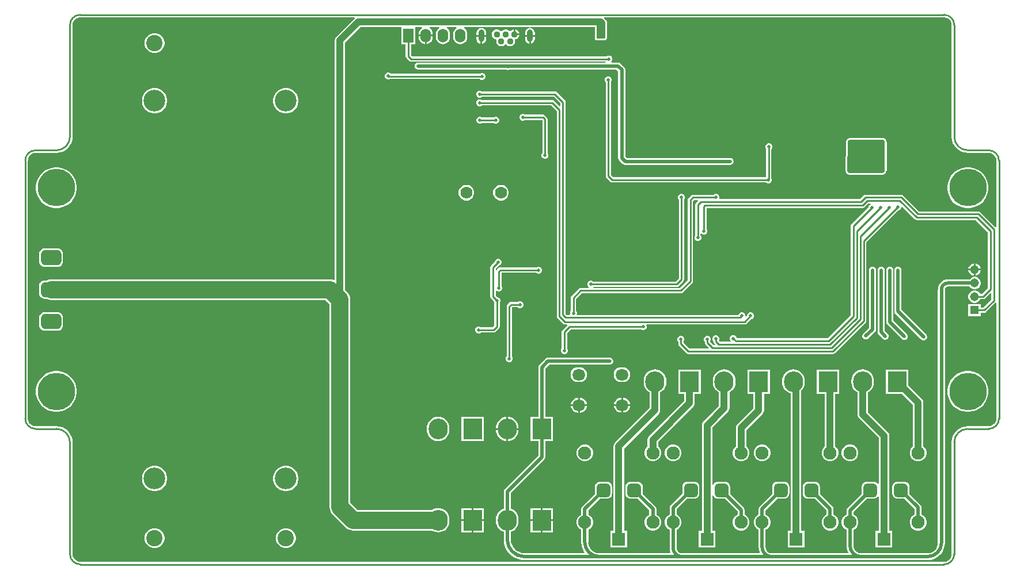
<source format=gbr>
%TF.GenerationSoftware,Altium Limited,Altium Designer,21.3.2 (30)*%
G04 Layer_Physical_Order=2*
G04 Layer_Color=16711680*
%FSLAX26Y26*%
%MOIN*%
%TF.SameCoordinates,FFAA3912-E1DC-4B59-95C2-56FC1F4E7B50*%
%TF.FilePolarity,Positive*%
%TF.FileFunction,Copper,L2,Bot,Signal*%
%TF.Part,Single*%
G01*
G75*
%TA.AperFunction,SMDPad,CuDef*%
G04:AMPARAMS|DCode=22|XSize=78.74mil|YSize=78.74mil|CornerRadius=19.685mil|HoleSize=0mil|Usage=FLASHONLY|Rotation=270.000|XOffset=0mil|YOffset=0mil|HoleType=Round|Shape=RoundedRectangle|*
%AMROUNDEDRECTD22*
21,1,0.078740,0.039370,0,0,270.0*
21,1,0.039370,0.078740,0,0,270.0*
1,1,0.039370,-0.019685,-0.019685*
1,1,0.039370,-0.019685,0.019685*
1,1,0.039370,0.019685,0.019685*
1,1,0.039370,0.019685,-0.019685*
%
%ADD22ROUNDEDRECTD22*%
%TA.AperFunction,Conductor*%
%ADD42C,0.010000*%
%ADD43C,0.020000*%
%ADD44C,0.040000*%
%ADD45C,0.100000*%
%TA.AperFunction,NonConductor*%
%ADD46C,0.010000*%
%TA.AperFunction,ComponentPad*%
G04:AMPARAMS|DCode=47|XSize=86.614mil|YSize=118.11mil|CornerRadius=21.654mil|HoleSize=0mil|Usage=FLASHONLY|Rotation=270.000|XOffset=0mil|YOffset=0mil|HoleType=Round|Shape=RoundedRectangle|*
%AMROUNDEDRECTD47*
21,1,0.086614,0.074803,0,0,270.0*
21,1,0.043307,0.118110,0,0,270.0*
1,1,0.043307,-0.037401,-0.021654*
1,1,0.043307,-0.037401,0.021654*
1,1,0.043307,0.037401,0.021654*
1,1,0.043307,0.037401,-0.021654*
%
%ADD47ROUNDEDRECTD47*%
%ADD48C,0.125984*%
%ADD49C,0.094488*%
%ADD50R,0.110000X0.120000*%
%ADD51O,0.110000X0.120000*%
%ADD52C,0.076772*%
%ADD53R,0.076772X0.076772*%
%ADD56O,0.035748X0.071496*%
%ADD57C,0.037717*%
%ADD58O,0.075000X0.065000*%
%ADD59R,0.051496X0.051496*%
%ADD60C,0.051496*%
%TA.AperFunction,ViaPad*%
%ADD61C,0.020000*%
%ADD62C,0.216535*%
%TA.AperFunction,ComponentPad*%
%ADD63R,0.060000X0.080000*%
%ADD64O,0.060000X0.080000*%
%ADD65C,0.070000*%
G36*
X3395098Y3260630D02*
X3397630Y3258098D01*
X3399000Y3254790D01*
Y3253000D01*
Y3167000D01*
Y3165409D01*
X3397782Y3162468D01*
X3395532Y3160218D01*
X3392591Y3159000D01*
X3353005D01*
X3351168Y3159761D01*
X3349761Y3161168D01*
X3349000Y3163005D01*
Y3164000D01*
Y3253000D01*
Y3254790D01*
X3350370Y3258098D01*
X3352902Y3260630D01*
X3356210Y3262000D01*
X3391790D01*
X3395098Y3260630D01*
D02*
G37*
G36*
X5371747Y3280494D02*
X5382343Y3276105D01*
X5391441Y3269124D01*
X5398422Y3260026D01*
X5402811Y3249430D01*
X5404240Y3238573D01*
X5404138Y3238060D01*
Y2590115D01*
X5403979D01*
X5405788Y2571739D01*
X5411149Y2554069D01*
X5419853Y2537784D01*
X5431567Y2523510D01*
X5445841Y2511796D01*
X5462126Y2503091D01*
X5479796Y2497731D01*
X5498172Y2495921D01*
Y2496081D01*
X5619117D01*
X5619631Y2496183D01*
X5630488Y2494754D01*
X5641083Y2490365D01*
X5650181Y2483384D01*
X5657163Y2474285D01*
X5661551Y2463690D01*
X5662415Y2457128D01*
X5662878Y2452320D01*
X5662878Y2452320D01*
X5662878Y2447394D01*
X5662878Y2067106D01*
X5657878Y2065035D01*
X5570099Y2152814D01*
X5565137Y2156130D01*
X5559284Y2157294D01*
X5216335D01*
X5123815Y2249814D01*
X5118853Y2253130D01*
X5113000Y2254294D01*
X4905000D01*
X4899147Y2253130D01*
X4894186Y2249814D01*
X4872563Y2228191D01*
X4062230D01*
X4059452Y2232349D01*
X4060102Y2233919D01*
Y2241876D01*
X4057058Y2249227D01*
X4051432Y2254853D01*
X4044081Y2257898D01*
X4036124D01*
X4028773Y2254853D01*
X4027112Y2253191D01*
X3906898D01*
X3901045Y2252027D01*
X3896083Y2248712D01*
X3881186Y2233814D01*
X3877870Y2228853D01*
X3876706Y2223000D01*
Y1758335D01*
X3831665Y1713294D01*
X3333246D01*
X3330545Y1718294D01*
X3331094Y1719131D01*
X3332036Y1719706D01*
X3814000D01*
X3819853Y1720870D01*
X3824814Y1724186D01*
X3850917Y1750288D01*
X3854232Y1755250D01*
X3855396Y1761102D01*
Y2225112D01*
X3857058Y2226773D01*
X3860102Y2234124D01*
Y2242081D01*
X3857058Y2249432D01*
X3851432Y2255058D01*
X3844081Y2258102D01*
X3836124D01*
X3828773Y2255058D01*
X3823147Y2249432D01*
X3820102Y2242081D01*
Y2234124D01*
X3823147Y2226773D01*
X3824809Y2225112D01*
Y1767437D01*
X3807665Y1750294D01*
X3328990D01*
X3327329Y1751955D01*
X3319978Y1755000D01*
X3312022D01*
X3304671Y1751955D01*
X3299045Y1746329D01*
X3296000Y1738978D01*
Y1731022D01*
X3299045Y1723671D01*
X3304422Y1718294D01*
X3304333Y1717040D01*
X3303075Y1713294D01*
X3257000D01*
X3251147Y1712130D01*
X3246186Y1708814D01*
X3204131Y1666759D01*
X3200815Y1661798D01*
X3199651Y1655945D01*
Y1580045D01*
X3197990Y1578384D01*
X3194945Y1571033D01*
Y1563077D01*
X3195595Y1561506D01*
X3192818Y1557349D01*
X3176280D01*
X3169294Y1564335D01*
Y2791000D01*
X3168130Y2796853D01*
X3164814Y2801814D01*
X3118814Y2847814D01*
X3113853Y2851130D01*
X3108000Y2852294D01*
X2684990D01*
X2683329Y2853955D01*
X2675978Y2857000D01*
X2668022D01*
X2660671Y2853955D01*
X2655045Y2848329D01*
X2652000Y2840978D01*
Y2833022D01*
X2655045Y2825671D01*
X2660671Y2820045D01*
X2668022Y2817000D01*
X2675978D01*
X2683329Y2820045D01*
X2684990Y2821706D01*
X3101665D01*
X3138706Y2784665D01*
Y2769456D01*
X3134087Y2767542D01*
X3103814Y2797814D01*
X3098853Y2801130D01*
X3093000Y2802294D01*
X2684990D01*
X2683329Y2803955D01*
X2675978Y2807000D01*
X2668022D01*
X2660671Y2803955D01*
X2655045Y2798329D01*
X2652000Y2790978D01*
Y2783022D01*
X2655045Y2775671D01*
X2660671Y2770045D01*
X2668022Y2767000D01*
X2675978D01*
X2683329Y2770045D01*
X2684990Y2771706D01*
X3086665D01*
X3118706Y2739665D01*
Y1549000D01*
X3119870Y1543147D01*
X3123186Y1538186D01*
X3155186Y1506186D01*
X3160147Y1502870D01*
X3166000Y1501706D01*
X3177006D01*
X3179077Y1496706D01*
X3152186Y1469814D01*
X3148870Y1464853D01*
X3147706Y1459000D01*
Y1362990D01*
X3146045Y1361329D01*
X3143000Y1353978D01*
Y1346022D01*
X3146045Y1338671D01*
X3151671Y1333045D01*
X3159022Y1330000D01*
X3166978D01*
X3174329Y1333045D01*
X3179955Y1338671D01*
X3183000Y1346022D01*
Y1353978D01*
X3179955Y1361329D01*
X3178294Y1362990D01*
Y1452665D01*
X3198335Y1472706D01*
X3606010D01*
X3607671Y1471045D01*
X3615022Y1468000D01*
X3622978D01*
X3630329Y1471045D01*
X3635955Y1476671D01*
X3639000Y1484022D01*
Y1491978D01*
X3637042Y1496706D01*
X3640111Y1501706D01*
X4206000D01*
X4211853Y1502870D01*
X4216814Y1506186D01*
X4241731Y1531102D01*
X4244081D01*
X4251431Y1534147D01*
X4257058Y1539773D01*
X4260102Y1547124D01*
Y1555081D01*
X4257058Y1562431D01*
X4251431Y1568058D01*
X4244081Y1571102D01*
X4236124D01*
X4228773Y1568058D01*
X4223147Y1562431D01*
X4220102Y1555081D01*
Y1552731D01*
X4215102Y1547731D01*
X4210102Y1549802D01*
Y1555081D01*
X4207058Y1562431D01*
X4201431Y1568058D01*
X4194081Y1571102D01*
X4186124D01*
X4178773Y1568058D01*
X4173147Y1562431D01*
X4171042Y1557349D01*
X3237072D01*
X3234294Y1561506D01*
X3234945Y1563077D01*
Y1571033D01*
X3231900Y1578384D01*
X3230239Y1580045D01*
Y1649610D01*
X3263335Y1682706D01*
X3838000D01*
X3843853Y1683870D01*
X3848814Y1687186D01*
X3902814Y1741186D01*
X3906130Y1746147D01*
X3907294Y1752000D01*
Y2216665D01*
X3913233Y2222604D01*
X3933442D01*
X3935356Y2217984D01*
X3925186Y2207814D01*
X3921870Y2202853D01*
X3920706Y2197000D01*
Y2017990D01*
X3919045Y2016329D01*
X3916000Y2008978D01*
Y2001022D01*
X3919045Y1993671D01*
X3924671Y1988045D01*
X3932022Y1985000D01*
X3939978D01*
X3947329Y1988045D01*
X3952955Y1993671D01*
X3956000Y2001022D01*
Y2008978D01*
X3952955Y2016329D01*
X3951294Y2017990D01*
Y2026351D01*
X3956294Y2028422D01*
X3959671Y2025045D01*
X3967022Y2022000D01*
X3974978D01*
X3982329Y2025045D01*
X3987955Y2030671D01*
X3991000Y2038022D01*
Y2045978D01*
X3987955Y2053329D01*
X3986294Y2054990D01*
Y2177604D01*
X4888898D01*
X4894750Y2178768D01*
X4899712Y2182083D01*
X4921335Y2203706D01*
X4934466D01*
X4935461Y2198706D01*
X4931980Y2197264D01*
X4926354Y2191638D01*
X4923309Y2184287D01*
Y2181938D01*
X4824186Y2082814D01*
X4820870Y2077853D01*
X4819706Y2072000D01*
Y1554335D01*
X4686665Y1421294D01*
X4161335D01*
X4160000Y1422629D01*
Y1424978D01*
X4156955Y1432329D01*
X4151329Y1437955D01*
X4143978Y1441000D01*
X4136022D01*
X4128671Y1437955D01*
X4123045Y1432329D01*
X4120000Y1424978D01*
Y1417022D01*
X4123045Y1409671D01*
X4126422Y1406294D01*
X4124351Y1401294D01*
X4064335D01*
X4056835Y1408794D01*
X4059000Y1414022D01*
Y1421978D01*
X4055955Y1429329D01*
X4050329Y1434955D01*
X4042978Y1438000D01*
X4035022D01*
X4027671Y1434955D01*
X4022045Y1429329D01*
X4019000Y1421978D01*
Y1414022D01*
X4022045Y1406671D01*
X4024884Y1403832D01*
Y1403822D01*
X4026048Y1397970D01*
X4029363Y1393008D01*
X4036458Y1385913D01*
X4034544Y1381294D01*
X4027335D01*
X4005957Y1402672D01*
X4007058Y1403773D01*
X4010102Y1411124D01*
Y1419081D01*
X4007058Y1426431D01*
X4001432Y1432058D01*
X3994081Y1435102D01*
X3986124D01*
X3978773Y1432058D01*
X3973147Y1426431D01*
X3970102Y1419081D01*
Y1411124D01*
X3973147Y1403773D01*
X3974809Y1402112D01*
Y1396898D01*
X3975973Y1391045D01*
X3979288Y1386083D01*
X3999458Y1365913D01*
X3997544Y1361294D01*
X3886335D01*
X3852294Y1395335D01*
Y1402112D01*
X3853955Y1403773D01*
X3857000Y1411124D01*
Y1419081D01*
X3853955Y1426431D01*
X3848329Y1432058D01*
X3840978Y1435102D01*
X3833022D01*
X3825671Y1432058D01*
X3820045Y1426431D01*
X3817000Y1419081D01*
Y1411124D01*
X3820045Y1403773D01*
X3821706Y1402112D01*
Y1389000D01*
X3822870Y1383147D01*
X3826186Y1378186D01*
X3869186Y1335186D01*
X3874147Y1331870D01*
X3880000Y1330706D01*
X4717853D01*
X4723705Y1331870D01*
X4728667Y1335186D01*
X4905815Y1512333D01*
X4909130Y1517295D01*
X4910294Y1523147D01*
Y1978665D01*
X5093629Y2162000D01*
X5095978D01*
X5103329Y2165045D01*
X5108955Y2170671D01*
X5112000Y2178022D01*
Y2183016D01*
X5117000Y2185087D01*
X5190901Y2111186D01*
X5195863Y2107870D01*
X5201716Y2106706D01*
X5544665D01*
X5613706Y2037665D01*
Y1711335D01*
X5580925Y1678554D01*
X5569448D01*
X5565605Y1685210D01*
X5558950Y1691865D01*
X5550798Y1696572D01*
X5541706Y1699008D01*
X5532294D01*
X5523202Y1696572D01*
X5515050Y1691865D01*
X5508395Y1685210D01*
X5503688Y1677058D01*
X5501252Y1667966D01*
Y1658553D01*
X5503688Y1649462D01*
X5508395Y1641310D01*
X5515050Y1634654D01*
X5523202Y1629948D01*
X5532294Y1627512D01*
X5541706D01*
X5550798Y1629948D01*
X5558950Y1634654D01*
X5565605Y1641310D01*
X5569448Y1647966D01*
X5587260D01*
X5593113Y1649130D01*
X5598074Y1652445D01*
X5629087Y1683458D01*
X5633706Y1681544D01*
Y1647335D01*
X5586185Y1599814D01*
X5572748D01*
Y1620268D01*
X5501252D01*
Y1548772D01*
X5572748D01*
Y1569226D01*
X5592520D01*
X5598372Y1570390D01*
X5603334Y1573705D01*
X5657878Y1628249D01*
X5662878Y1626178D01*
X5662878Y955777D01*
X5662980Y955263D01*
X5661551Y944406D01*
X5657162Y933811D01*
X5650181Y924713D01*
X5641082Y917731D01*
X5630487Y913343D01*
X5619630Y911913D01*
X5619117Y912015D01*
X5498172D01*
Y912175D01*
X5479796Y910365D01*
X5462126Y905005D01*
X5445841Y896301D01*
X5431567Y884586D01*
X5419853Y870313D01*
X5411148Y854028D01*
X5405788Y836358D01*
X5403978Y817981D01*
X5404138D01*
Y170029D01*
X5404240Y169515D01*
X5402811Y158658D01*
X5398422Y148063D01*
X5391441Y138965D01*
X5382342Y131983D01*
X5371747Y127594D01*
X5360890Y126165D01*
X5360377Y126267D01*
X360377D01*
X359863Y126165D01*
X349007Y127594D01*
X338411Y131983D01*
X329313Y138965D01*
X322332Y148063D01*
X317943Y158658D01*
X316514Y169515D01*
X316616Y170029D01*
Y817981D01*
X316775D01*
X314965Y836358D01*
X309605Y854028D01*
X300901Y870313D01*
X289187Y884586D01*
X274913Y896301D01*
X258628Y905005D01*
X240958Y910365D01*
X222582Y912175D01*
Y912015D01*
X101637D01*
X101123Y911913D01*
X90266Y913343D01*
X79671Y917731D01*
X70573Y924713D01*
X63591Y933811D01*
X59203Y944406D01*
X57773Y955263D01*
X57875Y955777D01*
X57875Y2447394D01*
X57875Y2452131D01*
X57875Y2452320D01*
X58338Y2457128D01*
X59202Y2463690D01*
X63591Y2474285D01*
X70573Y2483384D01*
X79671Y2490365D01*
X90266Y2494754D01*
X101123Y2496183D01*
X101636Y2496081D01*
X222581D01*
Y2495921D01*
X240958Y2497731D01*
X258628Y2503091D01*
X274913Y2511796D01*
X289186Y2523510D01*
X300901Y2537784D01*
X309605Y2554069D01*
X314965Y2571739D01*
X316775Y2590115D01*
X316615D01*
Y3238060D01*
X316513Y3238573D01*
X317942Y3249430D01*
X322331Y3260026D01*
X329313Y3269124D01*
X338411Y3276105D01*
X349006Y3280494D01*
X355560Y3281357D01*
X360377Y3281821D01*
Y3281821D01*
X360377Y3281821D01*
X1947157D01*
X1948657Y3279108D01*
X1949029Y3276821D01*
X1842604Y3170396D01*
X1837795Y3164130D01*
X1834772Y3156832D01*
X1833741Y3149000D01*
Y1761567D01*
X1829452Y1758996D01*
X1828493Y1759509D01*
X1817183Y1762940D01*
X1805421Y1764098D01*
X1043808D01*
X1039904Y1763714D01*
X1036000Y1764098D01*
X192000D01*
X180238Y1762940D01*
X168928Y1759509D01*
X164960Y1757388D01*
X154599D01*
X146335Y1756300D01*
X138635Y1753111D01*
X132023Y1748037D01*
X126949Y1741425D01*
X123760Y1733725D01*
X122672Y1725462D01*
Y1682155D01*
X123760Y1673891D01*
X126949Y1666191D01*
X132023Y1659579D01*
X138635Y1654505D01*
X146335Y1651316D01*
X154599Y1650228D01*
X164960D01*
X168928Y1648107D01*
X180238Y1644676D01*
X192000Y1643518D01*
X1036000D01*
X1039904Y1643902D01*
X1043808Y1643518D01*
X1780448D01*
X1803710Y1620256D01*
Y444000D01*
X1804868Y432238D01*
X1808299Y420928D01*
X1813870Y410505D01*
X1821368Y401368D01*
X1898368Y324369D01*
X1898368Y324368D01*
X1907505Y316870D01*
X1917928Y311299D01*
X1929238Y307868D01*
X1941000Y306710D01*
X2397553D01*
X2407005Y301657D01*
X2419258Y297940D01*
X2432000Y296685D01*
X2444742Y297940D01*
X2456995Y301657D01*
X2468287Y307693D01*
X2478184Y315816D01*
X2486307Y325713D01*
X2492343Y337005D01*
X2496059Y349258D01*
X2497314Y362000D01*
Y372000D01*
X2496059Y384742D01*
X2492343Y396995D01*
X2486307Y408287D01*
X2478184Y418184D01*
X2468287Y426307D01*
X2456995Y432343D01*
X2444742Y436060D01*
X2432000Y437315D01*
X2419258Y436060D01*
X2407005Y432343D01*
X2397553Y427290D01*
X1965973D01*
X1924290Y468973D01*
Y1645229D01*
X1923132Y1656992D01*
X1919701Y1668302D01*
X1914130Y1678725D01*
X1906632Y1687861D01*
X1894259Y1700234D01*
Y3136466D01*
X1983534Y3225741D01*
X2220000D01*
Y3127000D01*
X2244706D01*
Y3057000D01*
X2245870Y3051147D01*
X2249186Y3046186D01*
X2265186Y3030186D01*
X2270147Y3026870D01*
X2276000Y3025706D01*
X3403093D01*
X3403309Y3025392D01*
X3400683Y3020392D01*
X2838000D01*
X2836500Y3020093D01*
X2835000Y3020392D01*
X2316331D01*
X2314361Y3020000D01*
X2312353D01*
X2310497Y3019231D01*
X2308527Y3018840D01*
X2306858Y3017724D01*
X2305002Y3016955D01*
X2303582Y3015535D01*
X2301912Y3014419D01*
X2300796Y3012749D01*
X2299376Y3011329D01*
X2298607Y3009474D01*
X2297491Y3007804D01*
X2297100Y3005834D01*
X2296331Y3003978D01*
Y3001970D01*
X2295939Y3000000D01*
X2296331Y2998030D01*
Y2996022D01*
X2297100Y2994166D01*
X2297491Y2992196D01*
X2298607Y2990526D01*
X2299376Y2988671D01*
X2300796Y2987251D01*
X2301912Y2985581D01*
X2303582Y2984465D01*
X2305002Y2983045D01*
X2306858Y2982276D01*
X2308527Y2981160D01*
X2310497Y2980769D01*
X2312353Y2980000D01*
X2314361D01*
X2316331Y2979608D01*
X2824725D01*
X2825526Y2979276D01*
X2827196Y2978160D01*
X2829166Y2977769D01*
X2831022Y2977000D01*
X2833030D01*
X2835000Y2976608D01*
X2836970Y2977000D01*
X2838978D01*
X2840834Y2977769D01*
X2842804Y2978160D01*
X2844474Y2979276D01*
X2845275Y2979608D01*
X3464553D01*
X3474608Y2969553D01*
Y2467000D01*
X3476160Y2459196D01*
X3480581Y2452581D01*
X3500581Y2432581D01*
X3507196Y2428160D01*
X3515000Y2426608D01*
X4122000D01*
X4123970Y2427000D01*
X4125978D01*
X4127834Y2427769D01*
X4129804Y2428160D01*
X4131474Y2429276D01*
X4133329Y2430045D01*
X4134749Y2431465D01*
X4136419Y2432581D01*
X4137535Y2434251D01*
X4138955Y2435671D01*
X4139724Y2437526D01*
X4140840Y2439196D01*
X4141231Y2441166D01*
X4142000Y2443022D01*
Y2445030D01*
X4142392Y2447000D01*
X4142000Y2448970D01*
Y2450978D01*
X4141231Y2452834D01*
X4140840Y2454804D01*
X4139724Y2456474D01*
X4138955Y2458329D01*
X4137535Y2459749D01*
X4136419Y2461419D01*
X4134749Y2462535D01*
X4133329Y2463955D01*
X4131474Y2464724D01*
X4129804Y2465840D01*
X4127834Y2466231D01*
X4125978Y2467000D01*
X4123970D01*
X4122000Y2467392D01*
X3523447D01*
X3515392Y2475447D01*
Y2978000D01*
X3513840Y2985804D01*
X3509419Y2992419D01*
X3487419Y3014419D01*
X3480804Y3018840D01*
X3473000Y3020392D01*
X3435581D01*
X3433676Y3025392D01*
X3437955Y3029671D01*
X3441000Y3037022D01*
Y3044978D01*
X3437955Y3052329D01*
X3432329Y3057955D01*
X3424978Y3061000D01*
X3417022D01*
X3409671Y3057955D01*
X3408010Y3056294D01*
X2282335D01*
X2275294Y3063335D01*
Y3127000D01*
X2300000D01*
Y3225741D01*
X2336568D01*
X2338265Y3220741D01*
X2331472Y3215528D01*
X2325060Y3207173D01*
X2321030Y3197442D01*
X2319655Y3187000D01*
Y3182000D01*
X2400345D01*
Y3187000D01*
X2398970Y3197442D01*
X2394940Y3207173D01*
X2388528Y3215528D01*
X2381735Y3220741D01*
X2383432Y3225741D01*
X2436568D01*
X2438265Y3220741D01*
X2431472Y3215528D01*
X2425060Y3207173D01*
X2421030Y3197442D01*
X2419655Y3187000D01*
Y3167000D01*
X2421030Y3156558D01*
X2425060Y3146827D01*
X2431472Y3138472D01*
X2439827Y3132060D01*
X2449558Y3128030D01*
X2460000Y3126655D01*
X2470442Y3128030D01*
X2480173Y3132060D01*
X2488528Y3138472D01*
X2494940Y3146827D01*
X2498970Y3156558D01*
X2500345Y3167000D01*
Y3187000D01*
X2498970Y3197442D01*
X2494940Y3207173D01*
X2488528Y3215528D01*
X2481735Y3220741D01*
X2483432Y3225741D01*
X2536568D01*
X2538265Y3220741D01*
X2531472Y3215528D01*
X2525060Y3207173D01*
X2521030Y3197442D01*
X2519655Y3187000D01*
Y3167000D01*
X2521030Y3156558D01*
X2525060Y3146827D01*
X2531472Y3138472D01*
X2539827Y3132060D01*
X2549558Y3128030D01*
X2560000Y3126655D01*
X2570442Y3128030D01*
X2580173Y3132060D01*
X2588528Y3138472D01*
X2594940Y3146827D01*
X2598970Y3156558D01*
X2600345Y3167000D01*
Y3187000D01*
X2598970Y3197442D01*
X2594940Y3207173D01*
X2588528Y3215528D01*
X2581735Y3220741D01*
X2583432Y3225741D01*
X2679793D01*
X2680121Y3220741D01*
X2679049Y3220600D01*
X2674723Y3220030D01*
X2667943Y3217222D01*
X2662120Y3212754D01*
X2657652Y3206931D01*
X2654843Y3200151D01*
X2653885Y3192874D01*
Y3180000D01*
X2682000D01*
X2710115D01*
Y3192874D01*
X2709157Y3200151D01*
X2706348Y3206931D01*
X2701880Y3212754D01*
X2696057Y3217222D01*
X2689277Y3220030D01*
X2684951Y3220600D01*
X2683879Y3220741D01*
X2684207Y3225741D01*
X2961289D01*
X2961617Y3220741D01*
X2960545Y3220600D01*
X2956219Y3220030D01*
X2949439Y3217222D01*
X2943616Y3212754D01*
X2939148Y3206931D01*
X2936340Y3200151D01*
X2935381Y3192874D01*
Y3180000D01*
X2963496D01*
X2991610D01*
Y3192874D01*
X2990653Y3200151D01*
X2987844Y3206931D01*
X2983376Y3212754D01*
X2977553Y3217222D01*
X2970773Y3220030D01*
X2966447Y3220600D01*
X2965375Y3220741D01*
X2965703Y3225741D01*
X3338804D01*
Y3163005D01*
X3339580Y3159104D01*
X3340341Y3157266D01*
X3342552Y3153958D01*
X3343958Y3152552D01*
X3347266Y3150341D01*
X3349104Y3149580D01*
X3353005Y3148804D01*
X3392591D01*
X3396493Y3149580D01*
X3399433Y3150798D01*
X3402741Y3153008D01*
X3404992Y3155259D01*
X3407202Y3158566D01*
X3407202Y3158567D01*
X3408420Y3161507D01*
X3408420Y3161507D01*
X3409196Y3165409D01*
Y3248521D01*
X3409259Y3249000D01*
X3409196Y3249479D01*
Y3254790D01*
X3408420Y3258692D01*
X3408420Y3258692D01*
X3407050Y3262000D01*
X3404839Y3265308D01*
X3402525Y3267622D01*
X3400396Y3270396D01*
X3393971Y3276821D01*
X3394680Y3281177D01*
X3394898Y3281821D01*
X5360377D01*
X5360891Y3281923D01*
X5371747Y3280494D01*
D02*
G37*
%LPC*%
G36*
X2826547Y3212520D02*
X2818949D01*
X2811609Y3210553D01*
X2805029Y3206754D01*
X2800148Y3201873D01*
X2797157Y3201605D01*
X2794167Y3201873D01*
X2789286Y3206754D01*
X2782706Y3210553D01*
X2775366Y3212520D01*
X2767768D01*
X2760428Y3210553D01*
X2753848Y3206754D01*
X2748475Y3201381D01*
X2744675Y3194800D01*
X2742709Y3187461D01*
Y3179862D01*
X2744675Y3172523D01*
X2748475Y3165942D01*
X2753848Y3160569D01*
X2760428Y3156770D01*
X2767767Y3154803D01*
X2769495Y3152552D01*
X2768299Y3148091D01*
Y3140492D01*
X2770266Y3133153D01*
X2774065Y3126572D01*
X2779438Y3121199D01*
X2786019Y3117400D01*
X2793358Y3115433D01*
X2800957D01*
X2808296Y3117400D01*
X2814877Y3121199D01*
X2819757Y3126079D01*
X2822748Y3126348D01*
X2825739Y3126079D01*
X2830619Y3121199D01*
X2837200Y3117400D01*
X2844539Y3115433D01*
X2852138D01*
X2859477Y3117400D01*
X2866058Y3121199D01*
X2871431Y3126572D01*
X2875230Y3133153D01*
X2877197Y3140492D01*
Y3148091D01*
X2876001Y3152552D01*
X2877729Y3154803D01*
X2885068Y3156770D01*
X2891648Y3160569D01*
X2897021Y3165942D01*
X2900821Y3172523D01*
X2902466Y3178661D01*
X2873929D01*
Y3183661D01*
X2868929D01*
Y3212198D01*
X2862790Y3210553D01*
X2856210Y3206754D01*
X2851329Y3201873D01*
X2848338Y3201605D01*
X2845348Y3201873D01*
X2840467Y3206754D01*
X2833887Y3210553D01*
X2826547Y3212520D01*
D02*
G37*
G36*
X2878929Y3212198D02*
Y3188661D01*
X2902466D01*
X2900821Y3194800D01*
X2897021Y3201381D01*
X2891648Y3206754D01*
X2885068Y3210553D01*
X2878929Y3212198D01*
D02*
G37*
G36*
X2991610Y3170000D02*
X2968496D01*
Y3129670D01*
X2970773Y3129970D01*
X2977553Y3132778D01*
X2983376Y3137246D01*
X2987844Y3143069D01*
X2990653Y3149849D01*
X2991610Y3157126D01*
Y3170000D01*
D02*
G37*
G36*
X2710115D02*
X2687000D01*
Y3129670D01*
X2689277Y3129970D01*
X2696057Y3132778D01*
X2701880Y3137246D01*
X2706348Y3143069D01*
X2709157Y3149849D01*
X2710115Y3157126D01*
Y3170000D01*
D02*
G37*
G36*
X2958496D02*
X2935381D01*
Y3157126D01*
X2936340Y3149849D01*
X2939148Y3143069D01*
X2943616Y3137246D01*
X2949439Y3132778D01*
X2956219Y3129970D01*
X2958496Y3129670D01*
Y3170000D01*
D02*
G37*
G36*
X2677000D02*
X2653885D01*
Y3157126D01*
X2654843Y3149849D01*
X2657652Y3143069D01*
X2662120Y3137246D01*
X2667943Y3132778D01*
X2674723Y3129970D01*
X2677000Y3129670D01*
Y3170000D01*
D02*
G37*
G36*
X2400345Y3172000D02*
X2365000D01*
Y3127313D01*
X2370442Y3128030D01*
X2380173Y3132060D01*
X2388528Y3138472D01*
X2394940Y3146827D01*
X2398970Y3156558D01*
X2400345Y3167000D01*
Y3172000D01*
D02*
G37*
G36*
X2355000D02*
X2319655D01*
Y3167000D01*
X2321030Y3156558D01*
X2325060Y3146827D01*
X2331472Y3138472D01*
X2339827Y3132060D01*
X2349558Y3128030D01*
X2355000Y3127313D01*
Y3172000D01*
D02*
G37*
G36*
X798694Y3190186D02*
X783621D01*
X769062Y3186285D01*
X756009Y3178749D01*
X745351Y3168091D01*
X737814Y3155037D01*
X733913Y3140478D01*
Y3125406D01*
X737814Y3110847D01*
X745351Y3097793D01*
X756009Y3087135D01*
X769062Y3079599D01*
X783621Y3075698D01*
X798694D01*
X813253Y3079599D01*
X826306Y3087135D01*
X836964Y3097793D01*
X844500Y3110847D01*
X848402Y3125406D01*
Y3140478D01*
X844500Y3155037D01*
X836964Y3168091D01*
X826306Y3178749D01*
X813253Y3186285D01*
X798694Y3190186D01*
D02*
G37*
G36*
X2147978Y2962000D02*
X2140022D01*
X2132671Y2958955D01*
X2127045Y2953329D01*
X2124000Y2945978D01*
Y2938022D01*
X2127045Y2930671D01*
X2132671Y2925045D01*
X2140022Y2922000D01*
X2147978D01*
X2155329Y2925045D01*
X2155990Y2925706D01*
X2672010D01*
X2674671Y2923045D01*
X2682022Y2920000D01*
X2689978D01*
X2697329Y2923045D01*
X2702955Y2928671D01*
X2706000Y2936022D01*
Y2943978D01*
X2702955Y2951329D01*
X2697329Y2956955D01*
X2689978Y2960000D01*
X2682022D01*
X2674671Y2956955D01*
X2674010Y2956294D01*
X2157990D01*
X2155329Y2958955D01*
X2147978Y2962000D01*
D02*
G37*
G36*
X1558189Y2871682D02*
X1543811D01*
X1529709Y2868877D01*
X1516425Y2863375D01*
X1504470Y2855387D01*
X1494303Y2845220D01*
X1486315Y2833265D01*
X1480813Y2819981D01*
X1478008Y2805879D01*
Y2791501D01*
X1480813Y2777399D01*
X1486315Y2764115D01*
X1494303Y2752160D01*
X1504470Y2741993D01*
X1516425Y2734005D01*
X1529709Y2728503D01*
X1543811Y2725698D01*
X1558189D01*
X1572291Y2728503D01*
X1585575Y2734005D01*
X1597530Y2741993D01*
X1607697Y2752160D01*
X1615685Y2764115D01*
X1621187Y2777399D01*
X1623992Y2791501D01*
Y2805879D01*
X1621187Y2819981D01*
X1615685Y2833265D01*
X1607697Y2845220D01*
X1597530Y2855387D01*
X1585575Y2863375D01*
X1572291Y2868877D01*
X1558189Y2871682D01*
D02*
G37*
G36*
X798346D02*
X783968D01*
X769866Y2868877D01*
X756583Y2863375D01*
X744628Y2855387D01*
X734461Y2845220D01*
X726473Y2833265D01*
X720970Y2819981D01*
X718165Y2805879D01*
Y2791501D01*
X720970Y2777399D01*
X726473Y2764115D01*
X734461Y2752160D01*
X744628Y2741993D01*
X756583Y2734005D01*
X769866Y2728503D01*
X783968Y2725698D01*
X798346D01*
X812448Y2728503D01*
X825732Y2734005D01*
X837687Y2741993D01*
X847854Y2752160D01*
X855842Y2764115D01*
X861345Y2777399D01*
X864149Y2791501D01*
Y2805879D01*
X861345Y2819981D01*
X855842Y2833265D01*
X847854Y2845220D01*
X837687Y2855387D01*
X825732Y2863375D01*
X812448Y2868877D01*
X798346Y2871682D01*
D02*
G37*
G36*
X2769978Y2706000D02*
X2762022D01*
X2754671Y2702955D01*
X2753010Y2701294D01*
X2686990D01*
X2685329Y2702955D01*
X2677978Y2706000D01*
X2670022D01*
X2662671Y2702955D01*
X2657045Y2697329D01*
X2654000Y2689978D01*
Y2682022D01*
X2657045Y2674671D01*
X2662671Y2669045D01*
X2670022Y2666000D01*
X2677978D01*
X2685329Y2669045D01*
X2686990Y2670706D01*
X2753010D01*
X2754671Y2669045D01*
X2762022Y2666000D01*
X2769978D01*
X2777329Y2669045D01*
X2782955Y2674671D01*
X2786000Y2682022D01*
Y2689978D01*
X2782955Y2697329D01*
X2777329Y2702955D01*
X2769978Y2706000D01*
D02*
G37*
G36*
X2926443Y2722535D02*
X2918486D01*
X2911135Y2719491D01*
X2905509Y2713865D01*
X2902465Y2706514D01*
Y2698557D01*
X2905509Y2691206D01*
X2911135Y2685580D01*
X2918486Y2682535D01*
X2926443D01*
X2933794Y2685580D01*
X2935455Y2687242D01*
X3033130D01*
X3035155Y2685216D01*
Y2494542D01*
X3033494Y2492880D01*
X3030449Y2485529D01*
Y2477573D01*
X3033494Y2470222D01*
X3039120Y2464596D01*
X3046471Y2461551D01*
X3054427D01*
X3061778Y2464596D01*
X3067404Y2470222D01*
X3070449Y2477573D01*
Y2485529D01*
X3067404Y2492880D01*
X3065743Y2494542D01*
Y2691551D01*
X3064579Y2697404D01*
X3061263Y2702366D01*
X3050279Y2713350D01*
X3045317Y2716665D01*
X3039465Y2717829D01*
X2935455D01*
X2933794Y2719491D01*
X2926443Y2722535D01*
D02*
G37*
G36*
X4817905Y2583196D02*
X4817905Y2583196D01*
X4814723D01*
X4810821Y2582420D01*
X4810821Y2582419D01*
X4804940Y2579984D01*
X4801633Y2577774D01*
X4797132Y2573273D01*
X4794922Y2569965D01*
X4792486Y2564085D01*
X4791710Y2560183D01*
Y2557027D01*
X4790757Y2395107D01*
X4790763Y2395077D01*
X4790757Y2395047D01*
X4790757Y2392054D01*
X4791533Y2388152D01*
X4793824Y2382622D01*
X4796034Y2379314D01*
X4800267Y2375081D01*
X4803575Y2372871D01*
X4809105Y2370580D01*
X4813007Y2369804D01*
X4816000Y2369804D01*
X5001177D01*
X5005079Y2370580D01*
X5012797Y2373777D01*
X5016105Y2375987D01*
X5022012Y2381895D01*
X5024223Y2385203D01*
X5027420Y2392921D01*
X5028196Y2396823D01*
Y2401000D01*
Y2558000D01*
X5028052Y2558724D01*
X5028091Y2559460D01*
X5027428Y2564043D01*
X5027005Y2565240D01*
X5026757Y2566486D01*
X5025136Y2570398D01*
X5022926Y2573706D01*
X5018706Y2577926D01*
X5015399Y2580136D01*
X5009885Y2582420D01*
X5005984Y2583196D01*
X5003000Y2583196D01*
X4817905Y2583196D01*
D02*
G37*
G36*
X3421689Y2940390D02*
X3413732D01*
X3406381Y2937346D01*
X3400755Y2931720D01*
X3397710Y2924369D01*
Y2916412D01*
X3400755Y2909061D01*
X3402416Y2907400D01*
Y2362290D01*
X3403581Y2356437D01*
X3406896Y2351475D01*
X3429091Y2329280D01*
X3434053Y2325965D01*
X3439905Y2324801D01*
X4331285D01*
X4332947Y2323139D01*
X4340297Y2320095D01*
X4348254D01*
X4355605Y2323139D01*
X4361231Y2328765D01*
X4364276Y2336116D01*
Y2344073D01*
X4361231Y2351424D01*
X4360932Y2351723D01*
Y2517647D01*
X4363955Y2520671D01*
X4367000Y2528022D01*
Y2535978D01*
X4363955Y2543329D01*
X4358329Y2548955D01*
X4350978Y2552000D01*
X4343022D01*
X4335671Y2548955D01*
X4330045Y2543329D01*
X4327000Y2535978D01*
Y2528022D01*
X4330045Y2520671D01*
X4330344Y2520372D01*
Y2355388D01*
X3446240D01*
X3433004Y2368624D01*
Y2907400D01*
X3434666Y2909061D01*
X3437710Y2916412D01*
Y2924369D01*
X3434666Y2931720D01*
X3429039Y2937346D01*
X3421689Y2940390D01*
D02*
G37*
G36*
X2801924Y2311000D02*
X2790076D01*
X2778631Y2307933D01*
X2768369Y2302009D01*
X2759991Y2293631D01*
X2754067Y2283369D01*
X2751000Y2271924D01*
Y2260076D01*
X2754067Y2248631D01*
X2759991Y2238369D01*
X2768369Y2229991D01*
X2778631Y2224067D01*
X2790076Y2221000D01*
X2801924D01*
X2813369Y2224067D01*
X2823631Y2229991D01*
X2832009Y2238369D01*
X2837933Y2248631D01*
X2841000Y2260076D01*
Y2271924D01*
X2837933Y2283369D01*
X2832009Y2293631D01*
X2823631Y2302009D01*
X2813369Y2307933D01*
X2801924Y2311000D01*
D02*
G37*
G36*
X2601924D02*
X2590076D01*
X2578631Y2307933D01*
X2568369Y2302009D01*
X2559991Y2293631D01*
X2554067Y2283369D01*
X2551000Y2271924D01*
Y2260076D01*
X2554067Y2248631D01*
X2559991Y2238369D01*
X2568369Y2229991D01*
X2578631Y2224067D01*
X2590076Y2221000D01*
X2601924D01*
X2613369Y2224067D01*
X2623631Y2229991D01*
X2632009Y2238369D01*
X2637933Y2248631D01*
X2641000Y2260076D01*
Y2271924D01*
X2637933Y2283369D01*
X2632009Y2293631D01*
X2623631Y2302009D01*
X2613369Y2307933D01*
X2601924Y2311000D01*
D02*
G37*
G36*
X5507489Y2412850D02*
X5488873D01*
X5470487Y2409938D01*
X5452782Y2404186D01*
X5436195Y2395734D01*
X5421135Y2384792D01*
X5407972Y2371629D01*
X5397029Y2356568D01*
X5388578Y2339982D01*
X5382826Y2322277D01*
X5379913Y2303891D01*
Y2285275D01*
X5382826Y2266888D01*
X5388578Y2249184D01*
X5397029Y2232597D01*
X5407972Y2217537D01*
X5421135Y2204373D01*
X5436195Y2193431D01*
X5452782Y2184980D01*
X5470487Y2179227D01*
X5488873Y2176315D01*
X5507489D01*
X5525876Y2179227D01*
X5543580Y2184980D01*
X5560167Y2193431D01*
X5575227Y2204373D01*
X5588391Y2217537D01*
X5599333Y2232597D01*
X5607784Y2249184D01*
X5613537Y2266888D01*
X5616449Y2285275D01*
Y2303891D01*
X5613537Y2322277D01*
X5607784Y2339982D01*
X5599333Y2356568D01*
X5588391Y2371629D01*
X5575227Y2384792D01*
X5560167Y2395734D01*
X5543580Y2404186D01*
X5525876Y2409938D01*
X5507489Y2412850D01*
D02*
G37*
G36*
X231899D02*
X213283D01*
X194896Y2409938D01*
X177192Y2404186D01*
X160605Y2395734D01*
X145544Y2384792D01*
X132381Y2371629D01*
X121439Y2356568D01*
X112988Y2339982D01*
X107235Y2322277D01*
X104323Y2303891D01*
Y2285275D01*
X107235Y2266888D01*
X112988Y2249184D01*
X121439Y2232597D01*
X132381Y2217537D01*
X145544Y2204373D01*
X160605Y2193431D01*
X177192Y2184980D01*
X194896Y2179227D01*
X213283Y2176315D01*
X231899D01*
X250285Y2179227D01*
X267990Y2184980D01*
X284576Y2193431D01*
X299637Y2204373D01*
X312800Y2217537D01*
X323742Y2232597D01*
X332194Y2249184D01*
X337946Y2266888D01*
X340858Y2285275D01*
Y2303891D01*
X337946Y2322277D01*
X332194Y2339982D01*
X323742Y2356568D01*
X312800Y2371629D01*
X299637Y2384792D01*
X284576Y2395734D01*
X267990Y2404186D01*
X250285Y2409938D01*
X231899Y2412850D01*
D02*
G37*
G36*
X229401Y1942428D02*
X154599D01*
X146335Y1941340D01*
X138635Y1938150D01*
X132023Y1933077D01*
X126949Y1926464D01*
X123760Y1918764D01*
X122672Y1910501D01*
Y1867194D01*
X123760Y1858931D01*
X126949Y1851231D01*
X132023Y1844618D01*
X138635Y1839545D01*
X146335Y1836355D01*
X154599Y1835267D01*
X229401D01*
X237665Y1836355D01*
X245365Y1839545D01*
X251977Y1844618D01*
X257051Y1851231D01*
X260240Y1858931D01*
X261328Y1867194D01*
Y1910501D01*
X260240Y1918764D01*
X257051Y1926464D01*
X251977Y1933077D01*
X245365Y1938150D01*
X237665Y1941340D01*
X229401Y1942428D01*
D02*
G37*
G36*
X5542000Y1856409D02*
Y1825740D01*
X5572669D01*
X5570312Y1834538D01*
X5565605Y1842690D01*
X5558950Y1849346D01*
X5550798Y1854052D01*
X5542000Y1856409D01*
D02*
G37*
G36*
X5532000D02*
X5523202Y1854052D01*
X5515050Y1849346D01*
X5508395Y1842690D01*
X5503688Y1834538D01*
X5501331Y1825740D01*
X5532000D01*
Y1856409D01*
D02*
G37*
G36*
X2783978Y1883000D02*
X2776022D01*
X2768671Y1879955D01*
X2763045Y1874329D01*
X2760000Y1866978D01*
Y1864629D01*
X2739186Y1843814D01*
X2735870Y1838853D01*
X2734706Y1833000D01*
Y1662937D01*
X2735870Y1657084D01*
X2739186Y1652123D01*
X2752968Y1638340D01*
Y1635990D01*
X2756013Y1628639D01*
X2757675Y1626978D01*
Y1496303D01*
X2746665Y1485294D01*
X2679990D01*
X2678329Y1486955D01*
X2670978Y1490000D01*
X2663022D01*
X2655671Y1486955D01*
X2650045Y1481329D01*
X2647000Y1473978D01*
Y1466022D01*
X2650045Y1458671D01*
X2655671Y1453045D01*
X2663022Y1450000D01*
X2670978D01*
X2678329Y1453045D01*
X2679990Y1454706D01*
X2753000D01*
X2758853Y1455870D01*
X2763814Y1459186D01*
X2783783Y1479154D01*
X2787098Y1484116D01*
X2788262Y1489968D01*
Y1626978D01*
X2789924Y1628639D01*
X2792968Y1635990D01*
Y1643947D01*
X2789924Y1651298D01*
X2784298Y1656924D01*
X2776947Y1659968D01*
X2774597D01*
X2765294Y1669272D01*
Y1694461D01*
X2770294Y1696532D01*
X2771726Y1695100D01*
X2779077Y1692055D01*
X2787033D01*
X2794384Y1695100D01*
X2800010Y1700726D01*
X2803055Y1708077D01*
Y1716033D01*
X2800010Y1723384D01*
X2798349Y1725045D01*
Y1801706D01*
X3001010D01*
X3002671Y1800045D01*
X3010022Y1797000D01*
X3017978D01*
X3025329Y1800045D01*
X3030955Y1805671D01*
X3034000Y1813022D01*
Y1820978D01*
X3030955Y1828329D01*
X3025329Y1833955D01*
X3017978Y1837000D01*
X3010022D01*
X3002671Y1833955D01*
X3001010Y1832294D01*
X2792000D01*
X2786147Y1831130D01*
X2781186Y1827814D01*
X2772241Y1818870D01*
X2770294Y1815956D01*
X2765294Y1817473D01*
Y1826665D01*
X2781629Y1843000D01*
X2783978D01*
X2791329Y1846045D01*
X2796955Y1851671D01*
X2800000Y1859022D01*
Y1866978D01*
X2796955Y1874329D01*
X2791329Y1879955D01*
X2783978Y1883000D01*
D02*
G37*
G36*
X5532000Y1815740D02*
X5501331D01*
X5503688Y1806942D01*
X5508395Y1798790D01*
X5515050Y1792135D01*
X5523202Y1787428D01*
X5532000Y1785071D01*
Y1815740D01*
D02*
G37*
G36*
X5572669D02*
X5542000D01*
Y1785071D01*
X5550798Y1787428D01*
X5558950Y1792135D01*
X5565605Y1798790D01*
X5570312Y1806942D01*
X5572669Y1815740D01*
D02*
G37*
G36*
X5541706Y1777748D02*
X5532294D01*
X5523202Y1775312D01*
X5515050Y1770605D01*
X5508395Y1763950D01*
X5507495Y1762392D01*
X5383000D01*
X5381893Y1762171D01*
X5371630Y1761161D01*
X5360697Y1757844D01*
X5350621Y1752458D01*
X5341789Y1745211D01*
X5334542Y1736379D01*
X5329156Y1726303D01*
X5325839Y1715370D01*
X5324828Y1705107D01*
X5324608Y1704000D01*
Y235000D01*
X5324725Y234412D01*
X5323654Y223532D01*
X5320309Y212505D01*
X5314876Y202342D01*
X5307566Y193434D01*
X5298658Y186124D01*
X5288495Y180691D01*
X5277468Y177346D01*
X5266588Y176275D01*
X5266000Y176392D01*
X4877046D01*
X4867944Y177590D01*
X4857642Y181857D01*
X4848795Y188646D01*
X4842007Y197493D01*
X4837740Y207795D01*
X4836387Y218072D01*
X4836541Y218850D01*
Y311485D01*
X4845859Y316864D01*
X4854868Y325873D01*
X4861238Y336906D01*
X4864535Y349213D01*
Y361953D01*
X4861238Y374259D01*
X4854868Y385292D01*
X4845859Y394301D01*
X4836778Y399544D01*
Y415522D01*
X4912758Y491502D01*
X4913732Y491374D01*
X4953102D01*
X4960852Y492394D01*
X4968073Y495385D01*
X4974274Y500143D01*
X4977741Y504662D01*
X4982741Y502964D01*
Y305543D01*
X4964614D01*
Y208772D01*
X5061386D01*
Y305543D01*
X5043259D01*
Y856999D01*
X5043259Y857000D01*
X5042228Y864832D01*
X5039205Y872130D01*
X5034396Y878396D01*
X4919259Y993534D01*
Y1108471D01*
X4925287Y1111693D01*
X4935184Y1119816D01*
X4943307Y1129713D01*
X4949343Y1141005D01*
X4953060Y1153258D01*
X4954315Y1166000D01*
Y1176000D01*
X4953060Y1188742D01*
X4949343Y1200995D01*
X4943307Y1212287D01*
X4935184Y1222184D01*
X4925287Y1230307D01*
X4913995Y1236343D01*
X4901742Y1240060D01*
X4889000Y1241314D01*
X4876258Y1240060D01*
X4864005Y1236343D01*
X4852713Y1230307D01*
X4842816Y1222184D01*
X4834693Y1212287D01*
X4828657Y1200995D01*
X4824940Y1188742D01*
X4823685Y1176000D01*
Y1166000D01*
X4824940Y1153258D01*
X4828657Y1141005D01*
X4834693Y1129713D01*
X4842816Y1119816D01*
X4852713Y1111693D01*
X4858741Y1108471D01*
Y981000D01*
X4859772Y973168D01*
X4862795Y965870D01*
X4867604Y959604D01*
X4982741Y844466D01*
Y579036D01*
X4977741Y577338D01*
X4974274Y581857D01*
X4968073Y586615D01*
X4960852Y589606D01*
X4953102Y590626D01*
X4913732D01*
X4905983Y589606D01*
X4898762Y586615D01*
X4892561Y581857D01*
X4887802Y575656D01*
X4884811Y568434D01*
X4883791Y560685D01*
Y521315D01*
X4883919Y520340D01*
X4801967Y438388D01*
X4797546Y431772D01*
X4795994Y423969D01*
Y399817D01*
X4786440Y394301D01*
X4777431Y385292D01*
X4771061Y374259D01*
X4767764Y361953D01*
Y349213D01*
X4771061Y336906D01*
X4777431Y325873D01*
X4786440Y316864D01*
X4795758Y311485D01*
Y218850D01*
X4795749D01*
X4797348Y202609D01*
X4802086Y186992D01*
X4805459Y180680D01*
X4802889Y176392D01*
X4359636D01*
X4352294Y177358D01*
X4344181Y180719D01*
X4337214Y186065D01*
X4331868Y193031D01*
X4328508Y201144D01*
X4327433Y209307D01*
X4327541Y209850D01*
Y311485D01*
X4336859Y316864D01*
X4345868Y325873D01*
X4352238Y336906D01*
X4355535Y349213D01*
Y361953D01*
X4352238Y374259D01*
X4345868Y385292D01*
X4336859Y394301D01*
X4327541Y399681D01*
Y424286D01*
X4394758Y491502D01*
X4395732Y491374D01*
X4435102D01*
X4442852Y492394D01*
X4450073Y495385D01*
X4456274Y500143D01*
X4461032Y506344D01*
X4464023Y513566D01*
X4465044Y521315D01*
Y560685D01*
X4464023Y568434D01*
X4461032Y575656D01*
X4456274Y581857D01*
X4450073Y586615D01*
X4442852Y589606D01*
X4435102Y590626D01*
X4395732D01*
X4387983Y589606D01*
X4380762Y586615D01*
X4374561Y581857D01*
X4369802Y575656D01*
X4366811Y568434D01*
X4365791Y560685D01*
Y521315D01*
X4365919Y520340D01*
X4292730Y447151D01*
X4288310Y440536D01*
X4286758Y432732D01*
Y399681D01*
X4277440Y394301D01*
X4268431Y385292D01*
X4262061Y374259D01*
X4258764Y361953D01*
Y349213D01*
X4262061Y336906D01*
X4268431Y325873D01*
X4277440Y316864D01*
X4286758Y311485D01*
Y209850D01*
X4286826Y209507D01*
X4288218Y195373D01*
X4292441Y181452D01*
X4292854Y180680D01*
X4290283Y176392D01*
X3841833D01*
X3835077Y177281D01*
X3827694Y180339D01*
X3821354Y185204D01*
X3816489Y191544D01*
X3813431Y198927D01*
X3812449Y206385D01*
X3812541Y206850D01*
Y311485D01*
X3821859Y316864D01*
X3830868Y325873D01*
X3837238Y336906D01*
X3840535Y349213D01*
Y361953D01*
X3837238Y374259D01*
X3830868Y385292D01*
X3821859Y394301D01*
X3812541Y399681D01*
Y429619D01*
X3874424Y491502D01*
X3875399Y491374D01*
X3914769D01*
X3922518Y492394D01*
X3929740Y495385D01*
X3935941Y500143D01*
X3940699Y506344D01*
X3943690Y513566D01*
X3944710Y521315D01*
Y560685D01*
X3943690Y568434D01*
X3940699Y575656D01*
X3935941Y581857D01*
X3929740Y586615D01*
X3922518Y589606D01*
X3914769Y590626D01*
X3875399D01*
X3867649Y589606D01*
X3860428Y586615D01*
X3854227Y581857D01*
X3849469Y575656D01*
X3846478Y568434D01*
X3845458Y560685D01*
Y521315D01*
X3845586Y520340D01*
X3777730Y452485D01*
X3773310Y445869D01*
X3771758Y438066D01*
Y399681D01*
X3762440Y394301D01*
X3753431Y385292D01*
X3747061Y374259D01*
X3743764Y361953D01*
Y349213D01*
X3747061Y336906D01*
X3753431Y325873D01*
X3762440Y316864D01*
X3771758Y311485D01*
Y206850D01*
X3771855Y206362D01*
X3773175Y192961D01*
X3776684Y181392D01*
X3773888Y176392D01*
X3362035D01*
X3351777Y177402D01*
X3340024Y180967D01*
X3329192Y186757D01*
X3319698Y194549D01*
X3311907Y204043D01*
X3306117Y214875D01*
X3302552Y226628D01*
X3301412Y238200D01*
X3301541Y238850D01*
Y311485D01*
X3310859Y316864D01*
X3319868Y325873D01*
X3326238Y336906D01*
X3329535Y349213D01*
Y361953D01*
X3326238Y374259D01*
X3319868Y385292D01*
X3310859Y394301D01*
X3301541Y399681D01*
Y424286D01*
X3368758Y491502D01*
X3369732Y491374D01*
X3409102D01*
X3416852Y492394D01*
X3424073Y495385D01*
X3430274Y500143D01*
X3435032Y506344D01*
X3438023Y513566D01*
X3439044Y521315D01*
Y560685D01*
X3438023Y568434D01*
X3435032Y575656D01*
X3430274Y581857D01*
X3424073Y586615D01*
X3416852Y589606D01*
X3409102Y590626D01*
X3369732D01*
X3361983Y589606D01*
X3354762Y586615D01*
X3348561Y581857D01*
X3343802Y575656D01*
X3340811Y568434D01*
X3339791Y560685D01*
Y521315D01*
X3339919Y520340D01*
X3266730Y447151D01*
X3262310Y440536D01*
X3260758Y432732D01*
Y399681D01*
X3251440Y394301D01*
X3242431Y385292D01*
X3236061Y374259D01*
X3232764Y361953D01*
Y349213D01*
X3236061Y336906D01*
X3242431Y325873D01*
X3251440Y316864D01*
X3260758Y311485D01*
Y238850D01*
X3260652D01*
X3262638Y218688D01*
X3268519Y199301D01*
X3278069Y181433D01*
X3278497Y180912D01*
X3276360Y176392D01*
X2932000D01*
X2931070Y176207D01*
X2916415Y177650D01*
X2901429Y182196D01*
X2887618Y189578D01*
X2875513Y199513D01*
X2865578Y211618D01*
X2858196Y225429D01*
X2853650Y240415D01*
X2852207Y255070D01*
X2852392Y256000D01*
Y300261D01*
X2856995Y301657D01*
X2868287Y307693D01*
X2878184Y315816D01*
X2886307Y325713D01*
X2892343Y337005D01*
X2896059Y349258D01*
X2897314Y362000D01*
Y372000D01*
X2896059Y384742D01*
X2892343Y396995D01*
X2886307Y408287D01*
X2878184Y418184D01*
X2868287Y426307D01*
X2856995Y432343D01*
X2852392Y433739D01*
Y524553D01*
X3046419Y718581D01*
X3050840Y725196D01*
X3052392Y733000D01*
Y826000D01*
X3097000D01*
Y966000D01*
X3052392D01*
Y1244553D01*
X3076447Y1268608D01*
X3425000D01*
X3426970Y1269000D01*
X3428978D01*
X3430834Y1269769D01*
X3432804Y1270160D01*
X3434474Y1271276D01*
X3436329Y1272045D01*
X3437749Y1273465D01*
X3439419Y1274581D01*
X3440535Y1276251D01*
X3441955Y1277671D01*
X3442724Y1279526D01*
X3443840Y1281196D01*
X3444231Y1283166D01*
X3445000Y1285022D01*
Y1287030D01*
X3445392Y1289000D01*
X3445000Y1290970D01*
Y1292978D01*
X3444231Y1294834D01*
X3443840Y1296804D01*
X3442724Y1298474D01*
X3441955Y1300329D01*
X3440535Y1301749D01*
X3439419Y1303419D01*
X3437749Y1304535D01*
X3436329Y1305955D01*
X3434474Y1306724D01*
X3432804Y1307840D01*
X3430834Y1308231D01*
X3428978Y1309000D01*
X3426970D01*
X3425000Y1309392D01*
X3068000D01*
X3060196Y1307840D01*
X3053581Y1303419D01*
X3017581Y1267419D01*
X3013160Y1260804D01*
X3011608Y1253000D01*
Y966000D01*
X2967000D01*
Y826000D01*
X3011608D01*
Y741447D01*
X2817581Y547419D01*
X2813160Y540804D01*
X2811608Y533000D01*
Y433739D01*
X2807005Y432343D01*
X2795713Y426307D01*
X2785816Y418184D01*
X2777693Y408287D01*
X2771657Y396995D01*
X2767941Y384742D01*
X2766686Y372000D01*
Y362000D01*
X2767941Y349258D01*
X2771657Y337005D01*
X2777693Y325713D01*
X2785816Y315816D01*
X2795713Y307693D01*
X2807005Y301657D01*
X2811608Y300261D01*
Y256000D01*
X2811642Y255828D01*
X2813111Y237170D01*
X2817520Y218803D01*
X2824749Y201353D01*
X2834618Y185248D01*
X2846885Y170885D01*
X2861248Y158618D01*
X2877353Y148749D01*
X2894803Y141520D01*
X2913170Y137111D01*
X2931828Y135643D01*
X2932000Y135608D01*
X3362926D01*
X3364000Y135502D01*
Y135608D01*
X4878908D01*
X4879000Y135599D01*
Y135608D01*
X5266000D01*
Y135521D01*
X5285407Y137433D01*
X5304069Y143093D01*
X5321268Y152286D01*
X5336342Y164658D01*
X5348714Y179732D01*
X5357907Y196931D01*
X5363568Y215593D01*
X5365479Y235000D01*
X5365392D01*
Y1704000D01*
X5365275Y1704590D01*
X5366515Y1710828D01*
X5370383Y1716617D01*
X5376172Y1720485D01*
X5382410Y1721726D01*
X5383000Y1721608D01*
X5507495D01*
X5508395Y1720050D01*
X5515050Y1713395D01*
X5523202Y1708688D01*
X5532294Y1706252D01*
X5541706D01*
X5550798Y1708688D01*
X5558950Y1713395D01*
X5565605Y1720050D01*
X5570312Y1728202D01*
X5572748Y1737294D01*
Y1746706D01*
X5570312Y1755798D01*
X5565605Y1763950D01*
X5558950Y1770605D01*
X5550798Y1775312D01*
X5541706Y1777748D01*
D02*
G37*
G36*
X2908923Y1637055D02*
X2900967D01*
X2893616Y1634010D01*
X2891954Y1632349D01*
X2855055D01*
X2849202Y1631185D01*
X2844241Y1627870D01*
X2833186Y1616814D01*
X2829870Y1611853D01*
X2828706Y1606000D01*
Y1316990D01*
X2827045Y1315329D01*
X2824000Y1307978D01*
Y1300022D01*
X2827045Y1292671D01*
X2832671Y1287045D01*
X2840022Y1284000D01*
X2847978D01*
X2855329Y1287045D01*
X2860955Y1292671D01*
X2864000Y1300022D01*
Y1307978D01*
X2860955Y1315329D01*
X2859294Y1316990D01*
Y1599665D01*
X2861390Y1601761D01*
X2891954D01*
X2893616Y1600100D01*
X2900967Y1597055D01*
X2908923D01*
X2916274Y1600100D01*
X2921900Y1605726D01*
X2924945Y1613077D01*
Y1621033D01*
X2921900Y1628384D01*
X2916274Y1634010D01*
X2908923Y1637055D01*
D02*
G37*
G36*
X229401Y1572349D02*
X154599D01*
X146335Y1571261D01*
X138635Y1568072D01*
X132023Y1562998D01*
X126949Y1556386D01*
X123760Y1548685D01*
X122672Y1540422D01*
Y1497115D01*
X123760Y1488852D01*
X126949Y1481152D01*
X132023Y1474540D01*
X138635Y1469466D01*
X146335Y1466276D01*
X154599Y1465188D01*
X229401D01*
X237665Y1466276D01*
X245365Y1469466D01*
X251977Y1474540D01*
X257051Y1481152D01*
X260240Y1488852D01*
X261328Y1497115D01*
Y1540422D01*
X260240Y1548685D01*
X257051Y1556386D01*
X251977Y1562998D01*
X245365Y1568072D01*
X237665Y1571261D01*
X229401Y1572349D01*
D02*
G37*
G36*
X4946000Y1837392D02*
X4944030Y1837000D01*
X4942022D01*
X4940166Y1836231D01*
X4938196Y1835840D01*
X4936526Y1834724D01*
X4934671Y1833955D01*
X4933251Y1832535D01*
X4931581Y1831419D01*
X4930465Y1829749D01*
X4929045Y1828329D01*
X4928276Y1826474D01*
X4927160Y1824804D01*
X4926769Y1822834D01*
X4926000Y1820978D01*
Y1818970D01*
X4925608Y1817000D01*
Y1482447D01*
X4892581Y1449419D01*
X4891465Y1447749D01*
X4890045Y1446329D01*
X4889276Y1444474D01*
X4888160Y1442804D01*
X4887769Y1440834D01*
X4887000Y1438978D01*
Y1436970D01*
X4886608Y1435000D01*
X4887000Y1433030D01*
Y1431022D01*
X4887769Y1429166D01*
X4888160Y1427196D01*
X4889276Y1425526D01*
X4890045Y1423671D01*
X4891465Y1422251D01*
X4892581Y1420581D01*
X4894251Y1419465D01*
X4895671Y1418045D01*
X4897526Y1417276D01*
X4899196Y1416160D01*
X4901166Y1415769D01*
X4903022Y1415000D01*
X4905030D01*
X4907000Y1414608D01*
X4908970Y1415000D01*
X4910978D01*
X4912834Y1415769D01*
X4914804Y1416160D01*
X4916474Y1417276D01*
X4918329Y1418045D01*
X4919749Y1419465D01*
X4921419Y1420581D01*
X4960419Y1459581D01*
X4964840Y1466196D01*
X4966392Y1474000D01*
Y1817000D01*
X4966000Y1818970D01*
Y1820978D01*
X4965231Y1822834D01*
X4964840Y1824804D01*
X4963724Y1826474D01*
X4962955Y1828329D01*
X4961535Y1829749D01*
X4960419Y1831419D01*
X4958749Y1832535D01*
X4957329Y1833955D01*
X4955474Y1834724D01*
X4953804Y1835840D01*
X4951834Y1836231D01*
X4949978Y1837000D01*
X4947970D01*
X4946000Y1837392D01*
D02*
G37*
G36*
X4996000D02*
X4994030Y1837000D01*
X4992022D01*
X4990166Y1836231D01*
X4988196Y1835840D01*
X4986526Y1834724D01*
X4984671Y1833955D01*
X4983251Y1832535D01*
X4981581Y1831419D01*
X4980465Y1829749D01*
X4979045Y1828329D01*
X4978276Y1826474D01*
X4977160Y1824804D01*
X4976769Y1822834D01*
X4976000Y1820978D01*
Y1818970D01*
X4975608Y1817000D01*
Y1458000D01*
X4977160Y1450196D01*
X4981581Y1443581D01*
X5005581Y1419581D01*
X5007251Y1418465D01*
X5008671Y1417045D01*
X5010526Y1416276D01*
X5012196Y1415160D01*
X5014166Y1414769D01*
X5016022Y1414000D01*
X5018030D01*
X5020000Y1413608D01*
X5021970Y1414000D01*
X5023978D01*
X5025834Y1414769D01*
X5027804Y1415160D01*
X5029474Y1416276D01*
X5031329Y1417045D01*
X5032749Y1418465D01*
X5034419Y1419581D01*
X5035535Y1421251D01*
X5036955Y1422671D01*
X5037724Y1424526D01*
X5038840Y1426196D01*
X5039231Y1428166D01*
X5040000Y1430022D01*
Y1432030D01*
X5040392Y1434000D01*
X5040000Y1435970D01*
Y1437978D01*
X5039231Y1439834D01*
X5038840Y1441804D01*
X5037724Y1443474D01*
X5036955Y1445329D01*
X5035535Y1446749D01*
X5034419Y1448419D01*
X5016392Y1466447D01*
Y1817000D01*
X5016000Y1818970D01*
Y1820978D01*
X5015231Y1822834D01*
X5014840Y1824804D01*
X5013724Y1826474D01*
X5012955Y1828329D01*
X5011535Y1829749D01*
X5010419Y1831419D01*
X5008749Y1832535D01*
X5007329Y1833955D01*
X5005474Y1834724D01*
X5003804Y1835840D01*
X5001834Y1836231D01*
X4999978Y1837000D01*
X4997970D01*
X4996000Y1837392D01*
D02*
G37*
G36*
X5046000D02*
X5044030Y1837000D01*
X5042022D01*
X5040166Y1836231D01*
X5038196Y1835840D01*
X5036526Y1834724D01*
X5034671Y1833955D01*
X5033251Y1832535D01*
X5031581Y1831419D01*
X5030465Y1829749D01*
X5029045Y1828329D01*
X5028276Y1826474D01*
X5027160Y1824804D01*
X5026769Y1822834D01*
X5026000Y1820978D01*
Y1818970D01*
X5025608Y1817000D01*
Y1516142D01*
X5027160Y1508339D01*
X5031581Y1501723D01*
X5115723Y1417581D01*
X5117393Y1416465D01*
X5118813Y1415045D01*
X5120669Y1414276D01*
X5122338Y1413160D01*
X5124308Y1412769D01*
X5126164Y1412000D01*
X5128172D01*
X5130142Y1411608D01*
X5132112Y1412000D01*
X5134120D01*
X5135976Y1412769D01*
X5137946Y1413160D01*
X5139616Y1414276D01*
X5141471Y1415045D01*
X5142891Y1416465D01*
X5144561Y1417581D01*
X5145677Y1419251D01*
X5147097Y1420671D01*
X5147866Y1422526D01*
X5148982Y1424196D01*
X5149373Y1426166D01*
X5150142Y1428022D01*
Y1430030D01*
X5150534Y1432000D01*
X5150142Y1433970D01*
Y1435978D01*
X5149373Y1437834D01*
X5148982Y1439804D01*
X5147866Y1441474D01*
X5147097Y1443329D01*
X5145677Y1444749D01*
X5144561Y1446419D01*
X5066392Y1524589D01*
Y1817000D01*
X5066000Y1818970D01*
Y1820978D01*
X5065231Y1822834D01*
X5064840Y1824804D01*
X5063724Y1826474D01*
X5062955Y1828329D01*
X5061535Y1829749D01*
X5060419Y1831419D01*
X5058749Y1832535D01*
X5057329Y1833955D01*
X5055474Y1834724D01*
X5053804Y1835840D01*
X5051834Y1836231D01*
X5049978Y1837000D01*
X5047970D01*
X5046000Y1837392D01*
D02*
G37*
G36*
X5092691D02*
X5090721Y1837000D01*
X5088713D01*
X5086857Y1836231D01*
X5084887Y1835840D01*
X5083217Y1834724D01*
X5081362Y1833955D01*
X5079942Y1832535D01*
X5078272Y1831419D01*
X5077156Y1829749D01*
X5075736Y1828329D01*
X5074967Y1826474D01*
X5073851Y1824804D01*
X5073460Y1822834D01*
X5072691Y1820978D01*
Y1818970D01*
X5072299Y1817000D01*
Y1578784D01*
X5073851Y1570981D01*
X5078272Y1564365D01*
X5227056Y1415581D01*
X5228726Y1414465D01*
X5230146Y1413045D01*
X5232002Y1412276D01*
X5233672Y1411160D01*
X5235642Y1410769D01*
X5237497Y1410000D01*
X5239506D01*
X5241475Y1409608D01*
X5243445Y1410000D01*
X5245454D01*
X5247309Y1410769D01*
X5249279Y1411160D01*
X5250949Y1412276D01*
X5252805Y1413045D01*
X5254225Y1414465D01*
X5255895Y1415581D01*
X5257010Y1417251D01*
X5258431Y1418671D01*
X5259199Y1420526D01*
X5260315Y1422196D01*
X5260707Y1424166D01*
X5261475Y1426022D01*
Y1428030D01*
X5261867Y1430000D01*
X5261475Y1431970D01*
Y1433978D01*
X5260707Y1435834D01*
X5260315Y1437804D01*
X5259199Y1439474D01*
X5258431Y1441329D01*
X5257010Y1442749D01*
X5255895Y1444419D01*
X5113083Y1587231D01*
Y1817000D01*
X5112691Y1818970D01*
Y1820978D01*
X5111922Y1822834D01*
X5111531Y1824804D01*
X5110415Y1826474D01*
X5109646Y1828329D01*
X5108226Y1829749D01*
X5107110Y1831419D01*
X5105440Y1832535D01*
X5104020Y1833955D01*
X5102164Y1834724D01*
X5100495Y1835840D01*
X5098525Y1836231D01*
X5096669Y1837000D01*
X5094661D01*
X5092691Y1837392D01*
D02*
G37*
G36*
X3501000Y1253867D02*
X3491000D01*
X3479905Y1252406D01*
X3469567Y1248124D01*
X3460689Y1241311D01*
X3453876Y1232433D01*
X3449594Y1222095D01*
X3448133Y1211000D01*
X3449594Y1199905D01*
X3453876Y1189567D01*
X3460689Y1180689D01*
X3469567Y1173876D01*
X3479905Y1169594D01*
X3491000Y1168133D01*
X3501000D01*
X3512095Y1169594D01*
X3522433Y1173876D01*
X3531311Y1180689D01*
X3538124Y1189567D01*
X3542406Y1199905D01*
X3543867Y1211000D01*
X3542406Y1222095D01*
X3538124Y1232433D01*
X3531311Y1241311D01*
X3522433Y1248124D01*
X3512095Y1252406D01*
X3501000Y1253867D01*
D02*
G37*
G36*
X3251000D02*
X3241000D01*
X3229905Y1252406D01*
X3219567Y1248124D01*
X3210689Y1241311D01*
X3203876Y1232433D01*
X3199594Y1222095D01*
X3198133Y1211000D01*
X3199594Y1199905D01*
X3203876Y1189567D01*
X3210689Y1180689D01*
X3219567Y1173876D01*
X3229905Y1169594D01*
X3241000Y1168133D01*
X3251000D01*
X3262095Y1169594D01*
X3272433Y1173876D01*
X3281311Y1180689D01*
X3288124Y1189567D01*
X3292406Y1199905D01*
X3293867Y1211000D01*
X3292406Y1222095D01*
X3288124Y1232433D01*
X3281311Y1241311D01*
X3272433Y1248124D01*
X3262095Y1252406D01*
X3251000Y1253867D01*
D02*
G37*
G36*
X3502000Y1076867D02*
D01*
Y1039000D01*
X3544209D01*
X3543406Y1045095D01*
X3539124Y1055433D01*
X3532311Y1064311D01*
X3523433Y1071124D01*
X3513095Y1075406D01*
X3502000Y1076867D01*
D02*
G37*
G36*
X3492000D02*
X3480905Y1075406D01*
X3470567Y1071124D01*
X3461689Y1064311D01*
X3454876Y1055433D01*
X3450594Y1045095D01*
X3449791Y1039000D01*
X3492000D01*
Y1076867D01*
D02*
G37*
G36*
X3252000Y1075867D02*
D01*
Y1038000D01*
X3294209D01*
X3293406Y1044095D01*
X3289124Y1054433D01*
X3282311Y1063311D01*
X3273433Y1070124D01*
X3263095Y1074406D01*
X3252000Y1075867D01*
D02*
G37*
G36*
X3242000D02*
X3230905Y1074406D01*
X3220567Y1070124D01*
X3211689Y1063311D01*
X3204876Y1054433D01*
X3200594Y1044095D01*
X3199791Y1038000D01*
X3242000D01*
Y1075867D01*
D02*
G37*
G36*
X5507489Y1231748D02*
X5488873D01*
X5470487Y1228836D01*
X5452782Y1223083D01*
X5436195Y1214632D01*
X5421135Y1203690D01*
X5407972Y1190526D01*
X5397029Y1175466D01*
X5388578Y1158879D01*
X5382826Y1141175D01*
X5379913Y1122788D01*
Y1104172D01*
X5382826Y1085786D01*
X5388578Y1068081D01*
X5397029Y1051495D01*
X5407972Y1036434D01*
X5421135Y1023271D01*
X5436195Y1012329D01*
X5452782Y1003877D01*
X5470487Y998125D01*
X5488873Y995213D01*
X5507489D01*
X5525876Y998125D01*
X5543580Y1003877D01*
X5560167Y1012329D01*
X5575227Y1023271D01*
X5588391Y1036434D01*
X5599333Y1051495D01*
X5607784Y1068081D01*
X5613537Y1085786D01*
X5616449Y1104172D01*
Y1122788D01*
X5613537Y1141175D01*
X5607784Y1158879D01*
X5599333Y1175466D01*
X5588391Y1190526D01*
X5575227Y1203690D01*
X5560167Y1214632D01*
X5543580Y1223083D01*
X5525876Y1228836D01*
X5507489Y1231748D01*
D02*
G37*
G36*
X231899D02*
X213283D01*
X194896Y1228836D01*
X177192Y1223083D01*
X160605Y1214632D01*
X145544Y1203690D01*
X132381Y1190526D01*
X121439Y1175466D01*
X112988Y1158879D01*
X107235Y1141175D01*
X104323Y1122788D01*
Y1104172D01*
X107235Y1085786D01*
X112988Y1068081D01*
X121439Y1051495D01*
X132381Y1036434D01*
X145544Y1023271D01*
X160605Y1012329D01*
X177192Y1003877D01*
X194896Y998125D01*
X213283Y995213D01*
X231899D01*
X250285Y998125D01*
X267990Y1003877D01*
X284576Y1012329D01*
X299637Y1023271D01*
X312800Y1036434D01*
X323742Y1051495D01*
X332194Y1068081D01*
X337946Y1085786D01*
X340858Y1104172D01*
Y1122788D01*
X337946Y1141175D01*
X332194Y1158879D01*
X323742Y1175466D01*
X312800Y1190526D01*
X299637Y1203690D01*
X284576Y1214632D01*
X267990Y1223083D01*
X250285Y1228836D01*
X231899Y1231748D01*
D02*
G37*
G36*
X3544209Y1029000D02*
X3502000D01*
Y991133D01*
X3513095Y992594D01*
X3523433Y996876D01*
X3532311Y1003689D01*
X3539124Y1012567D01*
X3543406Y1022905D01*
X3544209Y1029000D01*
D02*
G37*
G36*
X3492000D02*
X3449791D01*
X3450594Y1022905D01*
X3454876Y1012567D01*
X3461689Y1003689D01*
X3470567Y996876D01*
X3480905Y992594D01*
X3492000Y991133D01*
D01*
Y1029000D01*
D02*
G37*
G36*
X3294209Y1028000D02*
X3252000D01*
Y990133D01*
X3263095Y991594D01*
X3273433Y995876D01*
X3282311Y1002689D01*
X3289124Y1011567D01*
X3293406Y1021905D01*
X3294209Y1028000D01*
D02*
G37*
G36*
X3242000D02*
X3199791D01*
X3200594Y1021905D01*
X3204876Y1011567D01*
X3211689Y1002689D01*
X3220567Y995876D01*
X3230905Y991594D01*
X3242000Y990133D01*
D01*
Y1028000D01*
D02*
G37*
G36*
X2837000Y965822D02*
Y901000D01*
X2897314D01*
X2896059Y913742D01*
X2892343Y925995D01*
X2886307Y937287D01*
X2878184Y947184D01*
X2868287Y955307D01*
X2856995Y961343D01*
X2844742Y965059D01*
X2837000Y965822D01*
D02*
G37*
G36*
X2827000D02*
X2819258Y965059D01*
X2807005Y961343D01*
X2795713Y955307D01*
X2785816Y947184D01*
X2777693Y937287D01*
X2771657Y925995D01*
X2767941Y913742D01*
X2766686Y901000D01*
D01*
X2827000D01*
Y965822D01*
D02*
G37*
G36*
X2897314Y891000D02*
X2837000D01*
Y826178D01*
X2844742Y826941D01*
X2856995Y830657D01*
X2868287Y836693D01*
X2878184Y844816D01*
X2886307Y854713D01*
X2892343Y866005D01*
X2896059Y878258D01*
X2897314Y891000D01*
D01*
D02*
G37*
G36*
X2827000D02*
X2766686D01*
X2767941Y878258D01*
X2771657Y866005D01*
X2777693Y854713D01*
X2785816Y844816D01*
X2795713Y836693D01*
X2807005Y830657D01*
X2819258Y826941D01*
X2827000Y826178D01*
Y891000D01*
D02*
G37*
G36*
X2697000Y966000D02*
X2567000D01*
Y826000D01*
X2697000D01*
Y966000D01*
D02*
G37*
G36*
X2432000Y966314D02*
X2419258Y965059D01*
X2407005Y961343D01*
X2395713Y955307D01*
X2385816Y947184D01*
X2377693Y937287D01*
X2371657Y925995D01*
X2367941Y913742D01*
X2366686Y901000D01*
Y891000D01*
X2367941Y878258D01*
X2371657Y866005D01*
X2377693Y854713D01*
X2385816Y844816D01*
X2395713Y836693D01*
X2407005Y830657D01*
X2419258Y826941D01*
X2432000Y825686D01*
X2444742Y826941D01*
X2456995Y830657D01*
X2468287Y836693D01*
X2478184Y844816D01*
X2486307Y854713D01*
X2492343Y866005D01*
X2496059Y878258D01*
X2497314Y891000D01*
Y901000D01*
X2496059Y913742D01*
X2492343Y925995D01*
X2486307Y937287D01*
X2478184Y947184D01*
X2468287Y955307D01*
X2456995Y961343D01*
X2444742Y965059D01*
X2432000Y966314D01*
D02*
G37*
G36*
X5154000Y1241000D02*
X5024000D01*
Y1101000D01*
X5116207D01*
X5179592Y1037616D01*
Y795327D01*
X5171132Y786867D01*
X5164762Y775834D01*
X5161465Y763528D01*
Y750787D01*
X5164762Y738481D01*
X5171132Y727448D01*
X5180141Y718439D01*
X5191174Y712069D01*
X5203480Y708772D01*
X5216221D01*
X5228527Y712069D01*
X5239560Y718439D01*
X5248569Y727448D01*
X5254939Y738481D01*
X5258236Y750787D01*
Y763528D01*
X5254939Y775834D01*
X5248569Y786867D01*
X5240109Y795327D01*
Y1050149D01*
X5240109Y1050149D01*
X5239078Y1057981D01*
X5236055Y1065279D01*
X5231247Y1071546D01*
X5154000Y1148793D01*
Y1241000D01*
D02*
G37*
G36*
X4822520Y805543D02*
X4809779D01*
X4797473Y802246D01*
X4786440Y795876D01*
X4777431Y786867D01*
X4771061Y775834D01*
X4767764Y763528D01*
Y750787D01*
X4771061Y738481D01*
X4777431Y727448D01*
X4786440Y718439D01*
X4797473Y712069D01*
X4809779Y708772D01*
X4822520D01*
X4834826Y712069D01*
X4845859Y718439D01*
X4854868Y727448D01*
X4861238Y738481D01*
X4864535Y750787D01*
Y763528D01*
X4861238Y775834D01*
X4854868Y786867D01*
X4845859Y795876D01*
X4834826Y802246D01*
X4822520Y805543D01*
D02*
G37*
G36*
X4753500Y1241000D02*
X4623500D01*
Y1101000D01*
X4670592D01*
Y795327D01*
X4662132Y786867D01*
X4655762Y775834D01*
X4652465Y763528D01*
Y750787D01*
X4655762Y738481D01*
X4662132Y727448D01*
X4671141Y718439D01*
X4682174Y712069D01*
X4694480Y708772D01*
X4707221D01*
X4719527Y712069D01*
X4730560Y718439D01*
X4739569Y727448D01*
X4745939Y738481D01*
X4749236Y750787D01*
Y763528D01*
X4745939Y775834D01*
X4739569Y786867D01*
X4731109Y795327D01*
Y1101000D01*
X4753500D01*
Y1241000D01*
D02*
G37*
G36*
X4313520Y805543D02*
X4300779D01*
X4288473Y802246D01*
X4277440Y795876D01*
X4268431Y786867D01*
X4262061Y775834D01*
X4258764Y763528D01*
Y750787D01*
X4262061Y738481D01*
X4268431Y727448D01*
X4277440Y718439D01*
X4288473Y712069D01*
X4300779Y708772D01*
X4313520D01*
X4325826Y712069D01*
X4336859Y718439D01*
X4345868Y727448D01*
X4352238Y738481D01*
X4355535Y750787D01*
Y763528D01*
X4352238Y775834D01*
X4345868Y786867D01*
X4336859Y795876D01*
X4325826Y802246D01*
X4313520Y805543D01*
D02*
G37*
G36*
X4353000Y1241000D02*
X4223000D01*
Y1101000D01*
X4257741D01*
Y1016534D01*
X4164454Y923247D01*
X4159645Y916980D01*
X4156623Y909682D01*
X4155592Y901850D01*
Y795327D01*
X4147132Y786867D01*
X4140762Y775834D01*
X4137465Y763528D01*
Y750787D01*
X4140762Y738481D01*
X4147132Y727448D01*
X4156141Y718439D01*
X4167174Y712069D01*
X4179480Y708772D01*
X4192221D01*
X4204527Y712069D01*
X4215560Y718439D01*
X4224569Y727448D01*
X4230939Y738481D01*
X4234236Y750787D01*
Y763528D01*
X4230939Y775834D01*
X4224569Y786867D01*
X4216109Y795327D01*
Y889317D01*
X4309396Y982603D01*
X4309396Y982604D01*
X4314205Y988870D01*
X4317228Y996168D01*
X4318259Y1004000D01*
Y1101000D01*
X4353000D01*
Y1241000D01*
D02*
G37*
G36*
X3798520Y805543D02*
X3785780D01*
X3773473Y802246D01*
X3762440Y795876D01*
X3753431Y786867D01*
X3747061Y775834D01*
X3743764Y763528D01*
Y750787D01*
X3747061Y738481D01*
X3753431Y727448D01*
X3762440Y718439D01*
X3773473Y712069D01*
X3785780Y708772D01*
X3798520D01*
X3810826Y712069D01*
X3821859Y718439D01*
X3830868Y727448D01*
X3837238Y738481D01*
X3840535Y750787D01*
Y763528D01*
X3837238Y775834D01*
X3830868Y786867D01*
X3821859Y795876D01*
X3810826Y802246D01*
X3798520Y805543D01*
D02*
G37*
G36*
X3952500Y1241000D02*
X3822500D01*
Y1101000D01*
X3857241D01*
Y1059034D01*
X3653454Y855247D01*
X3648645Y848980D01*
X3645622Y841682D01*
X3644591Y833850D01*
Y795327D01*
X3636132Y786867D01*
X3629762Y775834D01*
X3626465Y763528D01*
Y750787D01*
X3629762Y738481D01*
X3636132Y727448D01*
X3645141Y718439D01*
X3656174Y712069D01*
X3668480Y708772D01*
X3681220D01*
X3693527Y712069D01*
X3704560Y718439D01*
X3713569Y727448D01*
X3719939Y738481D01*
X3723236Y750787D01*
Y763528D01*
X3719939Y775834D01*
X3713569Y786867D01*
X3705109Y795327D01*
Y821317D01*
X3908896Y1025103D01*
X3908896Y1025104D01*
X3913705Y1031370D01*
X3916728Y1038668D01*
X3917759Y1046500D01*
Y1101000D01*
X3952500D01*
Y1241000D01*
D02*
G37*
G36*
X3287520Y805543D02*
X3274780D01*
X3262473Y802246D01*
X3251440Y795876D01*
X3242431Y786867D01*
X3236061Y775834D01*
X3232764Y763528D01*
Y750787D01*
X3236061Y738481D01*
X3242431Y727448D01*
X3251440Y718439D01*
X3262473Y712069D01*
X3274780Y708772D01*
X3287520D01*
X3299826Y712069D01*
X3310859Y718439D01*
X3319868Y727448D01*
X3326238Y738481D01*
X3329535Y750787D01*
Y763528D01*
X3326238Y775834D01*
X3319868Y786867D01*
X3310859Y795876D01*
X3299826Y802246D01*
X3287520Y805543D01*
D02*
G37*
G36*
X1558189Y681918D02*
X1543811D01*
X1529709Y679113D01*
X1516425Y673611D01*
X1504470Y665623D01*
X1494303Y655456D01*
X1486315Y643501D01*
X1480813Y630217D01*
X1478008Y616115D01*
Y601737D01*
X1480813Y587635D01*
X1486315Y574351D01*
X1494303Y562396D01*
X1504470Y552230D01*
X1516425Y544241D01*
X1529709Y538739D01*
X1543811Y535934D01*
X1558189D01*
X1572291Y538739D01*
X1585575Y544241D01*
X1597530Y552230D01*
X1607697Y562396D01*
X1615685Y574351D01*
X1621187Y587635D01*
X1623992Y601737D01*
Y616115D01*
X1621187Y630217D01*
X1615685Y643501D01*
X1607697Y655456D01*
X1597530Y665623D01*
X1585575Y673611D01*
X1572291Y679113D01*
X1558189Y681918D01*
D02*
G37*
G36*
X798346D02*
X783968D01*
X769866Y679113D01*
X756583Y673611D01*
X744628Y665623D01*
X734461Y655456D01*
X726473Y643501D01*
X720970Y630217D01*
X718165Y616115D01*
Y601737D01*
X720970Y587635D01*
X726473Y574351D01*
X734461Y562396D01*
X744628Y552230D01*
X756583Y544241D01*
X769866Y538739D01*
X783968Y535934D01*
X798346D01*
X812448Y538739D01*
X825732Y544241D01*
X837687Y552230D01*
X847854Y562396D01*
X855842Y574351D01*
X861345Y587635D01*
X864149Y601737D01*
Y616115D01*
X861345Y630217D01*
X855842Y643501D01*
X847854Y655456D01*
X837687Y665623D01*
X825732Y673611D01*
X812448Y679113D01*
X798346Y681918D01*
D02*
G37*
G36*
X2697000Y437000D02*
X2637000D01*
Y372000D01*
X2697000D01*
Y437000D01*
D02*
G37*
G36*
X3097000D02*
X3037000D01*
Y372000D01*
X3097000D01*
Y437000D01*
D02*
G37*
G36*
X2627000D02*
X2567000D01*
Y372000D01*
X2627000D01*
Y437000D01*
D02*
G37*
G36*
X3027000D02*
X2967000D01*
Y372000D01*
X3027000D01*
Y437000D01*
D02*
G37*
G36*
X5130268Y590626D02*
X5090898D01*
X5083148Y589606D01*
X5075927Y586615D01*
X5069726Y581857D01*
X5064968Y575656D01*
X5061977Y568434D01*
X5060956Y560685D01*
Y521315D01*
X5061977Y513566D01*
X5064968Y506344D01*
X5069726Y500143D01*
X5075927Y495385D01*
X5083148Y492394D01*
X5090898Y491374D01*
X5130268D01*
X5131242Y491502D01*
X5189459Y433286D01*
Y399681D01*
X5180141Y394301D01*
X5171132Y385292D01*
X5164762Y374259D01*
X5161465Y361953D01*
Y349213D01*
X5164762Y336906D01*
X5171132Y325873D01*
X5180141Y316864D01*
X5191174Y310494D01*
X5203480Y307197D01*
X5216221D01*
X5228527Y310494D01*
X5239560Y316864D01*
X5248569Y325873D01*
X5254939Y336906D01*
X5258236Y349213D01*
Y361953D01*
X5254939Y374259D01*
X5248569Y385292D01*
X5239560Y394301D01*
X5230242Y399681D01*
Y441732D01*
X5228690Y449536D01*
X5224270Y456151D01*
X5160081Y520340D01*
X5160209Y521315D01*
Y560685D01*
X5159189Y568434D01*
X5156198Y575656D01*
X5151439Y581857D01*
X5145238Y586615D01*
X5138017Y589606D01*
X5130268Y590626D01*
D02*
G37*
G36*
X4612268D02*
X4572898D01*
X4565148Y589606D01*
X4557927Y586615D01*
X4551726Y581857D01*
X4546968Y575656D01*
X4543977Y568434D01*
X4542956Y560685D01*
Y521315D01*
X4543977Y513566D01*
X4546968Y506344D01*
X4551726Y500143D01*
X4557927Y495385D01*
X4565148Y492394D01*
X4572898Y491374D01*
X4612268D01*
X4613242Y491502D01*
X4680459Y424286D01*
Y399681D01*
X4671141Y394301D01*
X4662132Y385292D01*
X4655762Y374259D01*
X4652465Y361953D01*
Y349213D01*
X4655762Y336906D01*
X4662132Y325873D01*
X4671141Y316864D01*
X4682174Y310494D01*
X4694480Y307197D01*
X4707221D01*
X4719527Y310494D01*
X4730560Y316864D01*
X4739569Y325873D01*
X4745939Y336906D01*
X4749236Y349213D01*
Y361953D01*
X4745939Y374259D01*
X4739569Y385292D01*
X4730560Y394301D01*
X4721242Y399681D01*
Y432732D01*
X4719690Y440536D01*
X4715270Y447151D01*
X4715269Y447152D01*
X4642081Y520340D01*
X4642209Y521315D01*
Y560685D01*
X4641189Y568434D01*
X4638198Y575656D01*
X4633439Y581857D01*
X4627238Y586615D01*
X4620017Y589606D01*
X4612268Y590626D01*
D02*
G37*
G36*
X4088000Y1241314D02*
X4075258Y1240060D01*
X4063005Y1236343D01*
X4051713Y1230307D01*
X4041816Y1222184D01*
X4033693Y1212287D01*
X4027657Y1200995D01*
X4023941Y1188742D01*
X4022686Y1176000D01*
Y1166000D01*
X4023941Y1153258D01*
X4027657Y1141005D01*
X4033693Y1129713D01*
X4041816Y1119816D01*
X4051713Y1111693D01*
X4057741Y1108471D01*
Y1028534D01*
X3967604Y938396D01*
X3962795Y932130D01*
X3959772Y924832D01*
X3958741Y917000D01*
Y305543D01*
X3940614D01*
Y208772D01*
X4037386D01*
Y305543D01*
X4019259D01*
Y511084D01*
X4024259Y512079D01*
X4026634Y506344D01*
X4031393Y500143D01*
X4037594Y495385D01*
X4044815Y492394D01*
X4052564Y491374D01*
X4091934D01*
X4092909Y491502D01*
X4165459Y418952D01*
Y399681D01*
X4156141Y394301D01*
X4147132Y385292D01*
X4140762Y374259D01*
X4137465Y361953D01*
Y349213D01*
X4140762Y336906D01*
X4147132Y325873D01*
X4156141Y316864D01*
X4167174Y310494D01*
X4179480Y307197D01*
X4192221D01*
X4204527Y310494D01*
X4215560Y316864D01*
X4224569Y325873D01*
X4230939Y336906D01*
X4234236Y349213D01*
Y361953D01*
X4230939Y374259D01*
X4224569Y385292D01*
X4215560Y394301D01*
X4206242Y399681D01*
Y427399D01*
X4204690Y435202D01*
X4200270Y441818D01*
X4121747Y520340D01*
X4121876Y521315D01*
Y560685D01*
X4120855Y568434D01*
X4117864Y575656D01*
X4113106Y581857D01*
X4106905Y586615D01*
X4099684Y589606D01*
X4091934Y590626D01*
X4052564D01*
X4044815Y589606D01*
X4037594Y586615D01*
X4031393Y581857D01*
X4026634Y575656D01*
X4024259Y569921D01*
X4019259Y570915D01*
Y904466D01*
X4109396Y994603D01*
X4109396Y994604D01*
X4114205Y1000870D01*
X4117228Y1008168D01*
X4118259Y1016000D01*
Y1108471D01*
X4124287Y1111693D01*
X4134184Y1119816D01*
X4142307Y1129713D01*
X4148343Y1141005D01*
X4152060Y1153258D01*
X4153315Y1166000D01*
Y1176000D01*
X4152060Y1188742D01*
X4148343Y1200995D01*
X4142307Y1212287D01*
X4134184Y1222184D01*
X4124287Y1230307D01*
X4112995Y1236343D01*
X4100742Y1240060D01*
X4088000Y1241314D01*
D02*
G37*
G36*
X3586268Y590626D02*
X3546898D01*
X3539148Y589606D01*
X3531927Y586615D01*
X3525726Y581857D01*
X3520968Y575656D01*
X3517977Y568434D01*
X3516956Y560685D01*
Y521315D01*
X3517977Y513566D01*
X3520968Y506344D01*
X3525726Y500143D01*
X3531927Y495385D01*
X3539148Y492394D01*
X3546898Y491374D01*
X3586268D01*
X3587242Y491502D01*
X3654459Y424286D01*
Y399681D01*
X3645141Y394301D01*
X3636132Y385292D01*
X3629762Y374259D01*
X3626465Y361953D01*
Y349213D01*
X3629762Y336906D01*
X3636132Y325873D01*
X3645141Y316864D01*
X3656174Y310494D01*
X3668480Y307197D01*
X3681220D01*
X3693527Y310494D01*
X3704560Y316864D01*
X3713569Y325873D01*
X3719939Y336906D01*
X3723236Y349213D01*
Y361953D01*
X3719939Y374259D01*
X3713569Y385292D01*
X3704560Y394301D01*
X3695242Y399681D01*
Y432732D01*
X3693690Y440536D01*
X3689270Y447151D01*
X3689269Y447152D01*
X3616081Y520340D01*
X3616209Y521315D01*
Y560685D01*
X3615189Y568434D01*
X3612198Y575656D01*
X3607439Y581857D01*
X3601238Y586615D01*
X3594017Y589606D01*
X3586268Y590626D01*
D02*
G37*
G36*
X3097000Y362000D02*
X3037000D01*
Y297000D01*
X3097000D01*
Y362000D01*
D02*
G37*
G36*
X3027000D02*
X2967000D01*
Y297000D01*
X3027000D01*
Y362000D01*
D02*
G37*
G36*
X2697000D02*
X2637000D01*
Y297000D01*
X2697000D01*
Y362000D01*
D02*
G37*
G36*
X2627000D02*
X2567000D01*
Y297000D01*
X2627000D01*
Y362000D01*
D02*
G37*
G36*
X4488500Y1241314D02*
X4475758Y1240060D01*
X4463505Y1236343D01*
X4452213Y1230307D01*
X4442316Y1222184D01*
X4434193Y1212287D01*
X4428157Y1200995D01*
X4424440Y1188742D01*
X4423185Y1176000D01*
Y1166000D01*
X4424440Y1153258D01*
X4428157Y1141005D01*
X4434193Y1129713D01*
X4442316Y1119816D01*
X4452213Y1111693D01*
X4463505Y1105657D01*
X4473741Y1102552D01*
Y305543D01*
X4455614D01*
Y208772D01*
X4552386D01*
Y305543D01*
X4534259D01*
Y1119467D01*
X4534684Y1119816D01*
X4542807Y1129713D01*
X4548843Y1141005D01*
X4552560Y1153258D01*
X4553815Y1166000D01*
Y1176000D01*
X4552560Y1188742D01*
X4548843Y1200995D01*
X4542807Y1212287D01*
X4534684Y1222184D01*
X4524787Y1230307D01*
X4513495Y1236343D01*
X4501242Y1240060D01*
X4488500Y1241314D01*
D02*
G37*
G36*
X3687500D02*
X3674758Y1240060D01*
X3662505Y1236343D01*
X3651213Y1230307D01*
X3641316Y1222184D01*
X3633193Y1212287D01*
X3627157Y1200995D01*
X3623441Y1188742D01*
X3622186Y1176000D01*
Y1166000D01*
X3623441Y1153258D01*
X3627157Y1141005D01*
X3633193Y1129713D01*
X3641316Y1119816D01*
X3651213Y1111693D01*
X3657241Y1108471D01*
Y1018034D01*
X3456604Y817396D01*
X3451795Y811130D01*
X3448772Y803832D01*
X3447741Y796000D01*
Y305543D01*
X3429614D01*
Y208772D01*
X3526386D01*
Y305543D01*
X3508259D01*
Y783466D01*
X3708896Y984103D01*
X3708896Y984104D01*
X3713705Y990370D01*
X3716728Y997668D01*
X3717759Y1005500D01*
Y1108471D01*
X3723787Y1111693D01*
X3733684Y1119816D01*
X3741807Y1129713D01*
X3747843Y1141005D01*
X3751559Y1153258D01*
X3752814Y1166000D01*
Y1176000D01*
X3751559Y1188742D01*
X3747843Y1200995D01*
X3741807Y1212287D01*
X3733684Y1222184D01*
X3723787Y1230307D01*
X3712495Y1236343D01*
X3700242Y1240060D01*
X3687500Y1241314D01*
D02*
G37*
G36*
X1558536Y320107D02*
X1543464D01*
X1528905Y316206D01*
X1515851Y308670D01*
X1505193Y298012D01*
X1497657Y284959D01*
X1493756Y270399D01*
Y255327D01*
X1497657Y240768D01*
X1505193Y227714D01*
X1515851Y217056D01*
X1528905Y209520D01*
X1543464Y205619D01*
X1558536D01*
X1573095Y209520D01*
X1586149Y217056D01*
X1596807Y227714D01*
X1604343Y240768D01*
X1608244Y255327D01*
Y270399D01*
X1604343Y284959D01*
X1596807Y298012D01*
X1586149Y308670D01*
X1573095Y316206D01*
X1558536Y320107D01*
D02*
G37*
G36*
X798694D02*
X783621D01*
X769062Y316206D01*
X756009Y308670D01*
X745351Y298012D01*
X737814Y284959D01*
X733913Y270399D01*
Y255327D01*
X737814Y240768D01*
X745351Y227714D01*
X756009Y217056D01*
X769062Y209520D01*
X783621Y205619D01*
X798694D01*
X813253Y209520D01*
X826306Y217056D01*
X836964Y227714D01*
X844500Y240768D01*
X848402Y255327D01*
Y270399D01*
X844500Y284959D01*
X836964Y298012D01*
X826306Y308670D01*
X813253Y316206D01*
X798694Y320107D01*
D02*
G37*
%LPD*%
G36*
X5003000Y2573000D02*
X5005984Y2573000D01*
X5011497Y2570716D01*
X5015716Y2566497D01*
X5017337Y2562584D01*
X5018000Y2558001D01*
Y2558000D01*
X5018000D01*
X5018000Y2558000D01*
Y2401000D01*
Y2396823D01*
X5014803Y2389104D01*
X5008895Y2383197D01*
X5001177Y2380000D01*
X4816000D01*
X4813007Y2380000D01*
X4807476Y2382291D01*
X4803244Y2386523D01*
X4800953Y2392054D01*
X4800953Y2395047D01*
X4801906Y2557001D01*
Y2560183D01*
X4804342Y2566063D01*
X4808842Y2570564D01*
X4814723Y2573000D01*
X4817905D01*
Y2573000D01*
X5003000Y2573000D01*
D02*
G37*
D22*
X3389417Y541000D02*
D03*
X3566583D02*
D03*
X4933417D02*
D03*
X5110583D02*
D03*
X4415417D02*
D03*
X4592583D02*
D03*
X3895084D02*
D03*
X4072249D02*
D03*
D42*
X2276000Y3041000D02*
X3421000D01*
X2260000Y3057000D02*
Y3177000D01*
Y3057000D02*
X2276000Y3041000D01*
X4345638Y2341457D02*
Y2530638D01*
X4347000Y2532000D01*
X4344276Y2340095D02*
X4345638Y2341457D01*
X2844000Y1304000D02*
Y1606000D01*
X2855055Y1617055D01*
X2904945D01*
X2144000Y2942000D02*
X2145000Y2941000D01*
X2685000D02*
X2686000Y2940000D01*
X2145000Y2941000D02*
X2685000D01*
X2674000Y2686000D02*
X2766000D01*
X3192000Y1488000D02*
X3619000D01*
X3163000Y1350000D02*
Y1459000D01*
X3192000Y1488000D01*
X3417710Y2362290D02*
Y2920390D01*
Y2362290D02*
X3439905Y2340095D01*
X4344276D01*
X5113000Y2239000D02*
X5210000Y2142000D01*
X5201716Y2122000D02*
X5551000D01*
X5210000Y2142000D02*
X5559284D01*
X4905000Y2239000D02*
X5113000D01*
X4915000Y2219000D02*
X5104716D01*
X5201716Y2122000D01*
X3976858Y2192898D02*
X4888898D01*
X4878898Y2212898D02*
X4905000Y2239000D01*
X3936000Y2197000D02*
X3951898Y2212898D01*
X4878898D01*
X4888898Y2192898D02*
X4915000Y2219000D01*
X3971000Y2187040D02*
X3976858Y2192898D01*
X3971000Y2042000D02*
Y2187040D01*
X4835000Y2072000D02*
X4943309Y2180309D01*
X5559284Y2142000D02*
X5649000Y2052284D01*
X5551000Y2122000D02*
X5629000Y2044000D01*
Y1705000D02*
Y2044000D01*
X5649000Y1972000D02*
Y2052284D01*
Y1641000D02*
Y1972000D01*
X5592520Y1584520D02*
X5649000Y1641000D01*
X5587260Y1663260D02*
X5629000Y1705000D01*
X4895000Y1985000D02*
X5092000Y2182000D01*
X4855000Y2042000D02*
X4993309Y2180309D01*
X4875000Y2012000D02*
X5043309Y2180309D01*
X4875000Y1544000D02*
Y2012000D01*
X4895000Y1523147D02*
Y1985000D01*
X4855000Y1552284D02*
Y2042000D01*
X5537000Y1663260D02*
X5587260D01*
X5537000Y1584520D02*
X5592520D01*
X3906898Y2237898D02*
X4040102D01*
X3892000Y2223000D02*
X3906898Y2237898D01*
X3936000Y2005000D02*
Y2197000D01*
X3892000Y1752000D02*
Y2223000D01*
X3840102Y1761102D02*
Y2238102D01*
X3838000Y1698000D02*
X3892000Y1752000D01*
X3257000Y1698000D02*
X3838000D01*
X3316000Y1735000D02*
X3814000D01*
X3840102Y1761102D01*
X4835000Y1548000D02*
Y2072000D01*
X4855000Y1539716D02*
Y1552284D01*
X4875000Y1531432D02*
Y1544000D01*
X3166000Y1517000D02*
X4206000D01*
X3134000Y1549000D02*
X3166000Y1517000D01*
X3134000Y1549000D02*
Y2746000D01*
X4179244Y1542055D02*
X4188292Y1551102D01*
X4190102D01*
X3169945Y1542055D02*
X4179244D01*
X3154000Y1558000D02*
X3169945Y1542055D01*
X3154000Y1558000D02*
Y2791000D01*
X3093000Y2787000D02*
X3134000Y2746000D01*
X2672000Y2787000D02*
X3093000D01*
X3108000Y2837000D02*
X3154000Y2791000D01*
X2672000Y2837000D02*
X3108000D01*
X4206000Y1517000D02*
X4240102Y1551102D01*
X4709568Y1366000D02*
X4875000Y1531432D01*
X4058000Y1386000D02*
X4688716D01*
X3837000Y1389000D02*
X3880000Y1346000D01*
X4717853D01*
X4688716Y1386000D02*
X4701284D01*
X4855000Y1539716D01*
X4040178Y1403822D02*
X4058000Y1386000D01*
X4697000Y1366000D02*
X4709568D01*
X3990102Y1396898D02*
X4021000Y1366000D01*
X4697000D01*
X4717853Y1346000D02*
X4895000Y1523147D01*
X2772968Y1489968D02*
Y1639968D01*
X2753000Y1470000D02*
X2772968Y1489968D01*
X2667000Y1470000D02*
X2753000D01*
X3214945Y1567055D02*
Y1655945D01*
X2783055Y1808055D02*
X2792000Y1817000D01*
X2783055Y1712055D02*
Y1808055D01*
X2792000Y1817000D02*
X3014000D01*
X2750000Y1662937D02*
X2772968Y1639968D01*
X2750000Y1662937D02*
Y1833000D01*
X2780000Y1863000D01*
X3214945Y1655945D02*
X3257000Y1698000D01*
X3990102Y1396898D02*
Y1415102D01*
X4155000Y1406000D02*
X4693000D01*
X4835000Y1548000D01*
X3837000Y1389000D02*
Y1415102D01*
X4039000Y1418000D02*
X4040178Y1416822D01*
Y1403822D02*
Y1416822D01*
X4140000Y1421000D02*
X4155000Y1406000D01*
X3039465Y2702535D02*
X3050449Y2691551D01*
Y2481551D02*
Y2691551D01*
X2922465Y2702535D02*
X3039465D01*
D43*
X3281150Y238850D02*
G03*
X3364000Y156000I82850J0D01*
G01*
X2832000Y256000D02*
G03*
X2932000Y156000I100000J0D01*
G01*
X5383000Y1742000D02*
G03*
X5345000Y1704000I0J-38000D01*
G01*
X5266000Y156000D02*
G03*
X5345000Y235000I0J79000D01*
G01*
X4816150Y218850D02*
G03*
X4879000Y156000I62850J0D01*
G01*
X4307150Y209850D02*
G03*
X4361000Y156000I53850J0D01*
G01*
X3792150Y206850D02*
G03*
X3843000Y156000I50850J0D01*
G01*
X3032000Y733000D02*
Y896000D01*
Y1253000D02*
X3068000Y1289000D01*
X3425000D01*
X3032000Y896000D02*
Y1253000D01*
X3364000Y156000D02*
X3843000D01*
X2932000D02*
X3364000D01*
X2832000Y256000D02*
Y367000D01*
X3473000Y3000000D02*
X3495000Y2978000D01*
Y2467000D02*
Y2978000D01*
X2835000Y2997000D02*
X2838000Y3000000D01*
X3473000D01*
X3515000Y2447000D02*
X4122000D01*
X3495000Y2467000D02*
X3515000Y2447000D01*
X2316331Y3000000D02*
X2835000D01*
X2832000Y367000D02*
Y533000D01*
X3032000Y733000D01*
X1036000Y1703808D02*
X1043808D01*
X5383000Y1742000D02*
X5537000D01*
X5345000Y235000D02*
Y1704000D01*
X4879000Y156000D02*
X5266000D01*
X4361000D02*
X4879000D01*
X4996000Y1458000D02*
X5020000Y1434000D01*
X4996000Y1458000D02*
Y1817000D01*
X5092691Y1578784D02*
X5241475Y1430000D01*
X5092691Y1578784D02*
Y1817000D01*
X5046000Y1516142D02*
X5130142Y1432000D01*
X5046000Y1516142D02*
Y1817000D01*
X4907000Y1435000D02*
X4946000Y1474000D01*
Y1817000D01*
X3792150Y206850D02*
Y355583D01*
Y438066D01*
X3895084Y541000D01*
X4816150Y218850D02*
Y355583D01*
X4816386Y355819D01*
Y423969D02*
X4933417Y541000D01*
X4816386Y355819D02*
Y423969D01*
X3281150Y238850D02*
Y355583D01*
Y432732D02*
X3389417Y541000D01*
X3281150Y355583D02*
Y432732D01*
X4307150Y209850D02*
Y355583D01*
Y432732D01*
X4415417Y541000D01*
X3843000Y156000D02*
X4361000D01*
X5209850Y355583D02*
Y441732D01*
X5110583Y541000D02*
X5209850Y441732D01*
X4592583Y541000D02*
X4700850Y432732D01*
Y355583D02*
Y432732D01*
X4185850Y355583D02*
Y427399D01*
X4072249Y541000D02*
X4185850Y427399D01*
X3566583Y541000D02*
X3674850Y432732D01*
Y355583D02*
Y432732D01*
D44*
X1864000Y1645229D02*
Y3149000D01*
X1971000Y3256000D02*
X3372000D01*
X1864000Y3149000D02*
X1971000Y3256000D01*
X3372000D02*
X3379000Y3249000D01*
X4889000Y981000D02*
Y1171000D01*
X5013000Y257158D02*
Y857000D01*
X4889000Y981000D02*
X5013000Y857000D01*
X5089000Y1166000D02*
X5124000Y1131000D01*
X5129000D02*
X5209850Y1050149D01*
Y757158D02*
Y1050149D01*
X5089000Y1166000D02*
Y1171000D01*
X5124000Y1131000D02*
X5129000D01*
X4185850Y757158D02*
Y901850D01*
X4288000Y1004000D02*
Y1171000D01*
X4185850Y901850D02*
X4288000Y1004000D01*
X4504000Y257158D02*
Y1155500D01*
X4488500Y1171000D02*
X4504000Y1155500D01*
X4688500Y1171000D02*
X4700850Y1158650D01*
Y757158D02*
Y1158650D01*
X4088000Y1016000D02*
Y1171000D01*
X3989000Y257158D02*
Y917000D01*
X4088000Y1016000D01*
X3887500Y1046500D02*
Y1171000D01*
X3674850Y833850D02*
X3887500Y1046500D01*
X3674850Y757158D02*
Y833850D01*
X3687500Y1005500D02*
Y1171000D01*
X3478000Y796000D02*
X3687500Y1005500D01*
X3478000Y257158D02*
Y796000D01*
D45*
X1805421Y1703808D02*
X1864000Y1645229D01*
X1043808Y1703808D02*
X1805421D01*
X192000D02*
X1036000D01*
X1864000Y444000D02*
Y1645229D01*
X1941000Y367000D02*
X2432000D01*
X1864000Y444000D02*
X1941000Y367000D01*
D46*
X5419432Y3238060D02*
G03*
X5360377Y3297115I-59055J0D01*
G01*
X5360377Y110973D02*
G03*
X5419432Y170029I0J59055D01*
G01*
X5619117Y896721D02*
G03*
X5678172Y955777I0J59055D01*
G01*
X5678172Y2452320D02*
G03*
X5619117Y2511375I-59055J0D01*
G01*
X5419432Y2590115D02*
G03*
X5498172Y2511375I78740J0D01*
G01*
X5498172Y896721D02*
G03*
X5419432Y817981I0J-78740D01*
G01*
X301322D02*
G03*
X222582Y896721I-78740J0D01*
G01*
X222581Y2511375D02*
G03*
X301321Y2590115I0J78740D01*
G01*
X101636Y2511375D02*
G03*
X42581Y2452320I0J-59055D01*
G01*
X42581Y955777D02*
G03*
X101637Y896721I59055J0D01*
G01*
X301322Y170029D02*
G03*
X360377Y110973I59055J0D01*
G01*
X360377Y3297115D02*
G03*
X301321Y3238060I0J-59055D01*
G01*
X5419432Y2590115D02*
Y3238060D01*
X360377Y110973D02*
X5360377D01*
X360377Y3297115D02*
X5360377D01*
X5419432Y170029D02*
Y817981D01*
X5498172Y2511375D02*
X5619117D01*
X5498172Y896721D02*
X5619117D01*
X5678172Y955777D02*
X5678172Y2451840D01*
X42581D02*
X42581Y955777D01*
X101637Y896721D02*
X222582D01*
X101636Y2511375D02*
X222581D01*
X301321Y2590115D02*
Y3238060D01*
X301322Y170029D02*
Y817981D01*
D47*
X192000Y1518769D02*
D03*
Y1703808D02*
D03*
Y1888848D02*
D03*
D48*
X791157Y2798690D02*
D03*
X1551000D02*
D03*
X791157Y608926D02*
D03*
X1551000D02*
D03*
D49*
Y262863D02*
D03*
Y3132942D02*
D03*
X791157D02*
D03*
Y262863D02*
D03*
D50*
X3032000Y896000D02*
D03*
X2632000D02*
D03*
X3032000Y367000D02*
D03*
X2632000D02*
D03*
X5089000Y1171000D02*
D03*
X4688500D02*
D03*
X4288000D02*
D03*
X3887500D02*
D03*
D51*
X2832000Y896000D02*
D03*
X2432000D02*
D03*
X2832000Y367000D02*
D03*
X2432000D02*
D03*
X4889000Y1171000D02*
D03*
X4488500D02*
D03*
X4088000D02*
D03*
X3687500D02*
D03*
D52*
X5209850Y757158D02*
D03*
X4816150D02*
D03*
Y355583D02*
D03*
X5209850D02*
D03*
X4700850Y757158D02*
D03*
X4307150D02*
D03*
Y355583D02*
D03*
X4700850D02*
D03*
X4185850Y757158D02*
D03*
X3792150D02*
D03*
Y355583D02*
D03*
X4185850D02*
D03*
X3674850Y757158D02*
D03*
X3281150D02*
D03*
Y355583D02*
D03*
X3674850D02*
D03*
D53*
X5013000Y257158D02*
D03*
X4504000D02*
D03*
X3989000D02*
D03*
X3478000D02*
D03*
D56*
X2963496Y3175000D02*
D03*
X2682000D02*
D03*
D57*
X2873929Y3183661D02*
D03*
X2848339Y3144291D02*
D03*
X2822748Y3183661D02*
D03*
X2797157Y3144291D02*
D03*
X2771567Y3183661D02*
D03*
D58*
X3246000Y1211000D02*
D03*
X3247000Y1033000D02*
D03*
X3497000Y1034000D02*
D03*
X3496000Y1211000D02*
D03*
D59*
X5537000Y1584520D02*
D03*
D60*
Y1663260D02*
D03*
Y1742000D02*
D03*
Y1820740D02*
D03*
D61*
X3072000Y981000D02*
D03*
X3222000Y1131000D02*
D03*
X3072000D02*
D03*
X5472000Y2481000D02*
D03*
Y2031000D02*
D03*
Y1881000D02*
D03*
Y1581000D02*
D03*
Y1431000D02*
D03*
Y1281000D02*
D03*
Y981000D02*
D03*
X5322000Y2931000D02*
D03*
Y2781000D02*
D03*
Y2631000D02*
D03*
Y2481000D02*
D03*
Y2331000D02*
D03*
Y2181000D02*
D03*
Y2031000D02*
D03*
Y1881000D02*
D03*
X5172000Y2931000D02*
D03*
Y2331000D02*
D03*
Y2031000D02*
D03*
Y1431000D02*
D03*
Y1281000D02*
D03*
Y681000D02*
D03*
Y531000D02*
D03*
Y231000D02*
D03*
X5022000Y3081000D02*
D03*
Y2931000D02*
D03*
Y2781000D02*
D03*
Y2631000D02*
D03*
Y2331000D02*
D03*
Y2031000D02*
D03*
Y981000D02*
D03*
X4872000Y2631000D02*
D03*
Y2331000D02*
D03*
Y1431000D02*
D03*
Y831000D02*
D03*
Y681000D02*
D03*
Y531000D02*
D03*
Y381000D02*
D03*
Y231000D02*
D03*
X4722000Y3081000D02*
D03*
Y2931000D02*
D03*
Y2781000D02*
D03*
Y2631000D02*
D03*
Y2331000D02*
D03*
Y2031000D02*
D03*
Y1881000D02*
D03*
Y1731000D02*
D03*
Y1581000D02*
D03*
Y681000D02*
D03*
Y531000D02*
D03*
Y231000D02*
D03*
X4572000Y2931000D02*
D03*
Y2331000D02*
D03*
Y2031000D02*
D03*
Y1881000D02*
D03*
Y1731000D02*
D03*
Y1581000D02*
D03*
Y1281000D02*
D03*
Y381000D02*
D03*
Y231000D02*
D03*
X4422000Y2931000D02*
D03*
Y2031000D02*
D03*
Y1881000D02*
D03*
Y1731000D02*
D03*
Y1581000D02*
D03*
Y1281000D02*
D03*
Y981000D02*
D03*
Y831000D02*
D03*
Y681000D02*
D03*
Y381000D02*
D03*
Y231000D02*
D03*
X4272000Y2781000D02*
D03*
Y2631000D02*
D03*
Y2031000D02*
D03*
Y1881000D02*
D03*
Y1731000D02*
D03*
Y1581000D02*
D03*
Y1281000D02*
D03*
Y831000D02*
D03*
Y681000D02*
D03*
Y531000D02*
D03*
Y231000D02*
D03*
X4122000Y2031000D02*
D03*
Y1731000D02*
D03*
Y1581000D02*
D03*
Y1281000D02*
D03*
Y981000D02*
D03*
Y831000D02*
D03*
Y681000D02*
D03*
Y231000D02*
D03*
X3972000Y1881000D02*
D03*
Y1731000D02*
D03*
Y1581000D02*
D03*
Y1281000D02*
D03*
Y1131000D02*
D03*
Y981000D02*
D03*
X3822000Y1281000D02*
D03*
Y831000D02*
D03*
Y681000D02*
D03*
Y531000D02*
D03*
X3672000Y2781000D02*
D03*
Y2181000D02*
D03*
Y1281000D02*
D03*
Y681000D02*
D03*
Y531000D02*
D03*
Y231000D02*
D03*
X3522000Y2031000D02*
D03*
Y1881000D02*
D03*
Y1581000D02*
D03*
Y1281000D02*
D03*
Y1131000D02*
D03*
Y981000D02*
D03*
Y381000D02*
D03*
X3372000Y2631000D02*
D03*
Y2481000D02*
D03*
Y2031000D02*
D03*
Y1881000D02*
D03*
Y1131000D02*
D03*
Y981000D02*
D03*
Y831000D02*
D03*
Y681000D02*
D03*
Y381000D02*
D03*
Y231000D02*
D03*
X3222000Y2931000D02*
D03*
Y2781000D02*
D03*
Y2331000D02*
D03*
Y2031000D02*
D03*
Y981000D02*
D03*
Y831000D02*
D03*
Y681000D02*
D03*
Y531000D02*
D03*
Y381000D02*
D03*
Y231000D02*
D03*
X3072000Y3081000D02*
D03*
Y2931000D02*
D03*
Y2331000D02*
D03*
Y2181000D02*
D03*
Y2031000D02*
D03*
Y1581000D02*
D03*
Y681000D02*
D03*
Y531000D02*
D03*
Y231000D02*
D03*
X2922000Y3081000D02*
D03*
Y2931000D02*
D03*
Y2631000D02*
D03*
Y2481000D02*
D03*
Y2331000D02*
D03*
Y2181000D02*
D03*
Y2031000D02*
D03*
Y1431000D02*
D03*
Y1281000D02*
D03*
Y1131000D02*
D03*
Y981000D02*
D03*
Y831000D02*
D03*
Y681000D02*
D03*
Y531000D02*
D03*
Y381000D02*
D03*
Y231000D02*
D03*
X2772000Y2631000D02*
D03*
Y2481000D02*
D03*
Y2331000D02*
D03*
Y2181000D02*
D03*
Y1281000D02*
D03*
Y1131000D02*
D03*
Y981000D02*
D03*
Y831000D02*
D03*
Y681000D02*
D03*
Y531000D02*
D03*
Y231000D02*
D03*
X2622000Y3081000D02*
D03*
Y2481000D02*
D03*
Y2331000D02*
D03*
Y2181000D02*
D03*
Y1281000D02*
D03*
Y1131000D02*
D03*
Y681000D02*
D03*
Y531000D02*
D03*
Y231000D02*
D03*
X2472000Y2331000D02*
D03*
Y2181000D02*
D03*
Y2031000D02*
D03*
Y1581000D02*
D03*
Y1431000D02*
D03*
Y1281000D02*
D03*
Y981000D02*
D03*
Y681000D02*
D03*
Y531000D02*
D03*
Y231000D02*
D03*
X2322000Y3081000D02*
D03*
Y2331000D02*
D03*
Y2181000D02*
D03*
Y2031000D02*
D03*
Y1731000D02*
D03*
Y1131000D02*
D03*
Y981000D02*
D03*
Y831000D02*
D03*
Y681000D02*
D03*
Y531000D02*
D03*
Y231000D02*
D03*
X2172000Y3081000D02*
D03*
Y2331000D02*
D03*
Y2181000D02*
D03*
Y2031000D02*
D03*
Y1881000D02*
D03*
Y981000D02*
D03*
Y831000D02*
D03*
Y681000D02*
D03*
Y531000D02*
D03*
Y231000D02*
D03*
X2022000Y3081000D02*
D03*
Y2931000D02*
D03*
Y2781000D02*
D03*
Y2631000D02*
D03*
Y2481000D02*
D03*
Y2331000D02*
D03*
Y2181000D02*
D03*
Y2031000D02*
D03*
Y1881000D02*
D03*
Y1731000D02*
D03*
Y1431000D02*
D03*
Y1281000D02*
D03*
Y1131000D02*
D03*
Y981000D02*
D03*
Y831000D02*
D03*
Y681000D02*
D03*
Y531000D02*
D03*
Y231000D02*
D03*
X1872000D02*
D03*
X1722000Y3081000D02*
D03*
Y2931000D02*
D03*
Y2781000D02*
D03*
Y2631000D02*
D03*
Y2481000D02*
D03*
Y2331000D02*
D03*
Y2181000D02*
D03*
Y2031000D02*
D03*
Y1881000D02*
D03*
Y1581000D02*
D03*
Y1431000D02*
D03*
Y1281000D02*
D03*
Y1131000D02*
D03*
Y981000D02*
D03*
Y831000D02*
D03*
Y681000D02*
D03*
Y531000D02*
D03*
Y381000D02*
D03*
Y231000D02*
D03*
X1572000Y2931000D02*
D03*
Y2631000D02*
D03*
Y2481000D02*
D03*
Y2331000D02*
D03*
Y2181000D02*
D03*
Y2031000D02*
D03*
Y1881000D02*
D03*
Y1581000D02*
D03*
Y1431000D02*
D03*
Y1281000D02*
D03*
Y1131000D02*
D03*
Y981000D02*
D03*
Y831000D02*
D03*
Y381000D02*
D03*
X1422000Y3081000D02*
D03*
Y2931000D02*
D03*
Y2781000D02*
D03*
Y2631000D02*
D03*
Y2481000D02*
D03*
Y2331000D02*
D03*
Y2181000D02*
D03*
Y2031000D02*
D03*
Y1881000D02*
D03*
Y1581000D02*
D03*
Y1431000D02*
D03*
Y1281000D02*
D03*
Y1131000D02*
D03*
Y981000D02*
D03*
Y831000D02*
D03*
Y681000D02*
D03*
Y531000D02*
D03*
Y231000D02*
D03*
X1272000Y3081000D02*
D03*
Y2931000D02*
D03*
Y2781000D02*
D03*
Y2631000D02*
D03*
Y2481000D02*
D03*
Y2331000D02*
D03*
Y2181000D02*
D03*
Y2031000D02*
D03*
Y1881000D02*
D03*
Y1581000D02*
D03*
Y1431000D02*
D03*
Y1281000D02*
D03*
Y1131000D02*
D03*
Y981000D02*
D03*
Y831000D02*
D03*
Y681000D02*
D03*
Y381000D02*
D03*
Y231000D02*
D03*
X1122000Y3081000D02*
D03*
Y2931000D02*
D03*
Y531000D02*
D03*
Y381000D02*
D03*
Y231000D02*
D03*
X972000Y3081000D02*
D03*
Y2781000D02*
D03*
Y2631000D02*
D03*
Y2481000D02*
D03*
Y2331000D02*
D03*
Y2181000D02*
D03*
Y2031000D02*
D03*
Y1881000D02*
D03*
Y1581000D02*
D03*
Y1431000D02*
D03*
Y1281000D02*
D03*
Y1131000D02*
D03*
Y981000D02*
D03*
Y831000D02*
D03*
Y681000D02*
D03*
Y531000D02*
D03*
Y381000D02*
D03*
Y231000D02*
D03*
X822000Y2931000D02*
D03*
Y2631000D02*
D03*
Y2481000D02*
D03*
Y2331000D02*
D03*
Y2181000D02*
D03*
Y2031000D02*
D03*
Y1881000D02*
D03*
Y1581000D02*
D03*
Y1431000D02*
D03*
Y1281000D02*
D03*
Y1131000D02*
D03*
Y981000D02*
D03*
Y831000D02*
D03*
Y531000D02*
D03*
Y381000D02*
D03*
X672000Y3081000D02*
D03*
Y2931000D02*
D03*
Y2781000D02*
D03*
Y2631000D02*
D03*
Y2481000D02*
D03*
Y2331000D02*
D03*
Y2181000D02*
D03*
Y2031000D02*
D03*
Y1881000D02*
D03*
Y1581000D02*
D03*
Y1431000D02*
D03*
Y1281000D02*
D03*
Y1131000D02*
D03*
Y981000D02*
D03*
Y831000D02*
D03*
Y681000D02*
D03*
Y531000D02*
D03*
Y381000D02*
D03*
X522000Y3081000D02*
D03*
Y2931000D02*
D03*
Y2781000D02*
D03*
Y2631000D02*
D03*
Y2481000D02*
D03*
Y2331000D02*
D03*
Y2181000D02*
D03*
Y2031000D02*
D03*
Y1881000D02*
D03*
Y1581000D02*
D03*
Y231000D02*
D03*
X372000Y3081000D02*
D03*
Y2931000D02*
D03*
Y2781000D02*
D03*
Y2631000D02*
D03*
Y2481000D02*
D03*
Y2331000D02*
D03*
Y2181000D02*
D03*
Y2031000D02*
D03*
Y1881000D02*
D03*
Y1431000D02*
D03*
Y1281000D02*
D03*
Y1131000D02*
D03*
Y981000D02*
D03*
Y831000D02*
D03*
Y681000D02*
D03*
Y531000D02*
D03*
Y381000D02*
D03*
Y231000D02*
D03*
X222000Y2481000D02*
D03*
Y2031000D02*
D03*
Y1431000D02*
D03*
Y1281000D02*
D03*
Y981000D02*
D03*
X72000Y2331000D02*
D03*
Y2181000D02*
D03*
Y2031000D02*
D03*
Y1881000D02*
D03*
Y1731000D02*
D03*
Y1581000D02*
D03*
Y1431000D02*
D03*
Y1281000D02*
D03*
Y1131000D02*
D03*
Y981000D02*
D03*
X3337000Y3133000D02*
D03*
X4979000Y2411000D02*
D03*
X4907500Y2412000D02*
D03*
X4836000Y2413000D02*
D03*
X4908000Y2484000D02*
D03*
X4979500Y2483000D02*
D03*
X4978500Y2546000D02*
D03*
X4907000Y2547000D02*
D03*
X4835500Y2548000D02*
D03*
X4836500Y2485000D02*
D03*
X3425000Y1289000D02*
D03*
X3421000Y3041000D02*
D03*
X4122000Y2447000D02*
D03*
X2835000Y2997000D02*
D03*
X2316331Y3000000D02*
D03*
X2844000Y1304000D02*
D03*
X2904945Y1617055D02*
D03*
X2144000Y2942000D02*
D03*
X2686000Y2940000D02*
D03*
X2766000Y2686000D02*
D03*
X2674000D02*
D03*
X3163000Y1350000D02*
D03*
X3619000Y1488000D02*
D03*
X3417710Y2920390D02*
D03*
X3387000Y3173000D02*
D03*
Y3200342D02*
D03*
X4347000Y2532000D02*
D03*
X4344276Y2340095D02*
D03*
X4943309Y2180309D02*
D03*
X4993309D02*
D03*
X5092000Y2182000D02*
D03*
X5043309Y2180309D02*
D03*
X4040102Y2237898D02*
D03*
X3936000Y2005000D02*
D03*
X3971000Y2042000D02*
D03*
X3360000Y3184000D02*
D03*
Y3210500D02*
D03*
X3387000Y3227683D02*
D03*
X3360000Y3237000D02*
D03*
X4190102Y1551102D02*
D03*
X3214945Y1567055D02*
D03*
X2783055Y1712055D02*
D03*
X4240102Y1551102D02*
D03*
X2672000Y2837000D02*
D03*
Y2787000D02*
D03*
X3316000Y1735000D02*
D03*
X3840102Y2238102D02*
D03*
X2780000Y1863000D02*
D03*
X3837000Y1415102D02*
D03*
X3990102D02*
D03*
X4140000Y1421000D02*
D03*
X4039000Y1418000D02*
D03*
X5092691Y1817000D02*
D03*
X5241475Y1430000D02*
D03*
X5130142Y1432000D02*
D03*
X5020000Y1434000D02*
D03*
X4907000Y1435000D02*
D03*
X5046000Y1817000D02*
D03*
X4946000D02*
D03*
X4996000D02*
D03*
X2922465Y2702535D02*
D03*
X3050449Y2481551D02*
D03*
X2667000Y1470000D02*
D03*
X2772968Y1639968D02*
D03*
X3014000Y1817000D02*
D03*
X287821Y1046801D02*
D03*
X155821D02*
D03*
X156821Y1178801D02*
D03*
X288821Y1179801D02*
D03*
X222591Y1019505D02*
D03*
Y1206801D02*
D03*
X128821Y1114801D02*
D03*
X315821Y1113801D02*
D03*
X287821Y2227903D02*
D03*
X155821D02*
D03*
X156821Y2359903D02*
D03*
X288821Y2360903D02*
D03*
X222591Y2200608D02*
D03*
Y2387903D02*
D03*
X128821Y2295903D02*
D03*
X315821Y2294903D02*
D03*
X5563411Y1046801D02*
D03*
X5431411D02*
D03*
X5432411Y1178801D02*
D03*
X5564411Y1179801D02*
D03*
X5498181Y1019505D02*
D03*
Y1206801D02*
D03*
X5404411Y1114801D02*
D03*
X5591411Y1113801D02*
D03*
X5563411Y2227903D02*
D03*
X5431411D02*
D03*
X5432411Y2359903D02*
D03*
X5564411Y2360903D02*
D03*
X5498181Y2200608D02*
D03*
Y2387903D02*
D03*
X5404411Y2295903D02*
D03*
X5591411Y2294903D02*
D03*
D62*
X222591Y1113480D02*
D03*
Y2294583D02*
D03*
X5498181Y1113480D02*
D03*
Y2294583D02*
D03*
D63*
X2260000Y3177000D02*
D03*
D64*
X2360000D02*
D03*
X2460000D02*
D03*
X2560000D02*
D03*
D65*
X2796000Y2266000D02*
D03*
X2596000D02*
D03*
%TF.MD5,07645a17db090a804e96cd3e51a7c54a*%
M02*

</source>
